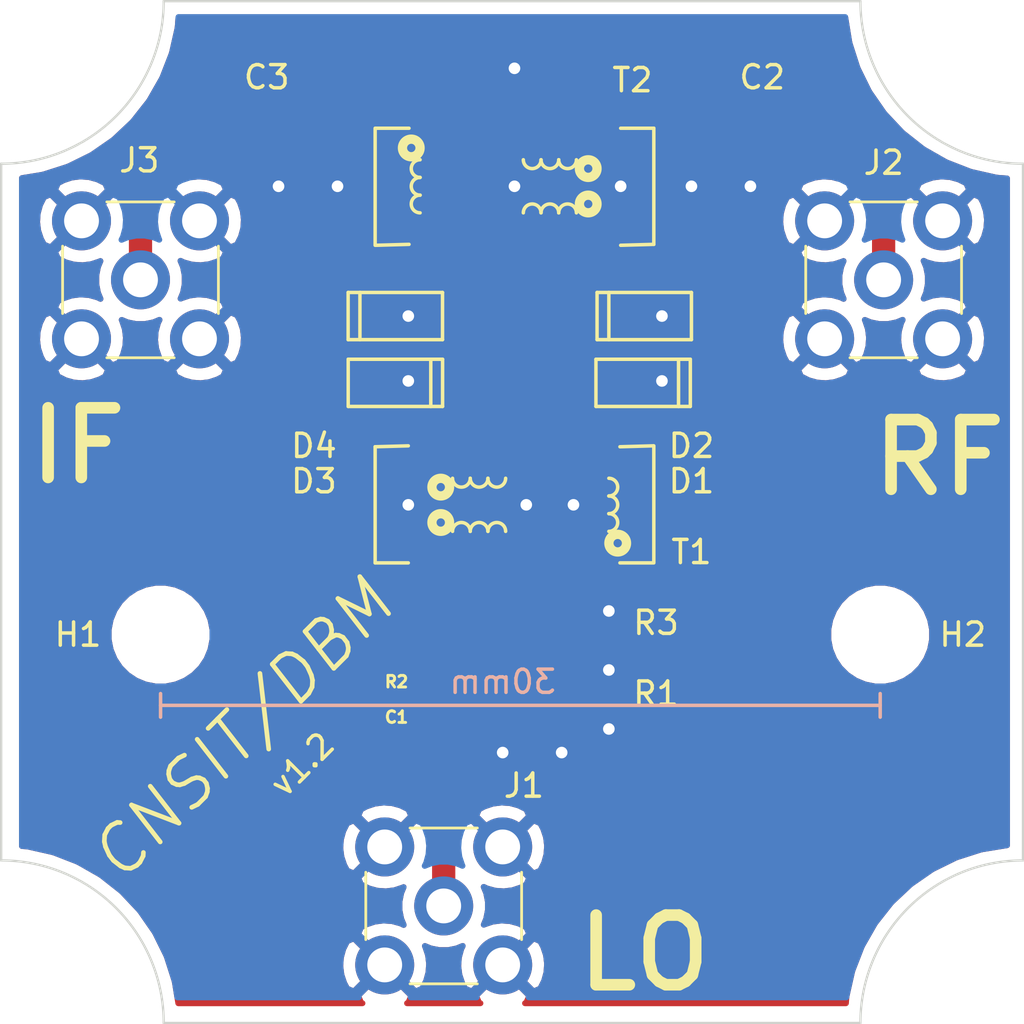
<source format=kicad_pcb>
(kicad_pcb (version 20171130) (host pcbnew "(5.1.4)-1")

  (general
    (thickness 1.6)
    (drawings 20)
    (tracks 58)
    (zones 0)
    (modules 17)
    (nets 13)
  )

  (page User 150.012 119.99)
  (title_block
    (title "Diode Ring Mixer")
    (date 2020-03-06)
    (rev 1.2.0)
    (company CNSIT)
    (comment 1 "Jony Zhu")
  )

  (layers
    (0 F.Cu signal)
    (31 B.Cu signal)
    (32 B.Adhes user)
    (33 F.Adhes user)
    (34 B.Paste user)
    (35 F.Paste user)
    (36 B.SilkS user)
    (37 F.SilkS user)
    (38 B.Mask user)
    (39 F.Mask user)
    (40 Dwgs.User user)
    (41 Cmts.User user)
    (42 Eco1.User user)
    (43 Eco2.User user)
    (44 Edge.Cuts user)
    (45 Margin user)
    (46 B.CrtYd user)
    (47 F.CrtYd user)
    (48 B.Fab user)
    (49 F.Fab user)
  )

  (setup
    (last_trace_width 1)
    (user_trace_width 0.75)
    (user_trace_width 1)
    (user_trace_width 2)
    (user_trace_width 3.5)
    (user_trace_width 5)
    (trace_clearance 0.2)
    (zone_clearance 0.508)
    (zone_45_only no)
    (trace_min 0.2)
    (via_size 0.8)
    (via_drill 0.4)
    (via_min_size 0.4)
    (via_min_drill 0.3)
    (user_via 1 0.5)
    (uvia_size 0.3)
    (uvia_drill 0.1)
    (uvias_allowed no)
    (uvia_min_size 0.2)
    (uvia_min_drill 0.1)
    (edge_width 0.1)
    (segment_width 0.2)
    (pcb_text_width 0.3)
    (pcb_text_size 1.5 1.5)
    (mod_edge_width 0.15)
    (mod_text_size 1 1)
    (mod_text_width 0.15)
    (pad_size 1.524 1.524)
    (pad_drill 0.762)
    (pad_to_mask_clearance 0)
    (aux_axis_origin 0 0)
    (visible_elements FFFFFF7F)
    (pcbplotparams
      (layerselection 0x010fc_ffffffff)
      (usegerberextensions false)
      (usegerberattributes false)
      (usegerberadvancedattributes false)
      (creategerberjobfile false)
      (excludeedgelayer true)
      (linewidth 0.100000)
      (plotframeref false)
      (viasonmask false)
      (mode 1)
      (useauxorigin false)
      (hpglpennumber 1)
      (hpglpenspeed 20)
      (hpglpendiameter 15.000000)
      (psnegative false)
      (psa4output false)
      (plotreference true)
      (plotvalue true)
      (plotinvisibletext false)
      (padsonsilk false)
      (subtractmaskfromsilk false)
      (outputformat 1)
      (mirror false)
      (drillshape 0)
      (scaleselection 1)
      (outputdirectory "output"))
  )

  (net 0 "")
  (net 1 "Net-(C1-Pad1)")
  (net 2 "Net-(C1-Pad2)")
  (net 3 "Net-(C2-Pad1)")
  (net 4 "Net-(C2-Pad2)")
  (net 5 "Net-(C3-Pad2)")
  (net 6 "Net-(C3-Pad1)")
  (net 7 "Net-(D1-Pad1)")
  (net 8 "Net-(D1-Pad2)")
  (net 9 "Net-(D2-Pad1)")
  (net 10 "Net-(D3-Pad2)")
  (net 11 GNDA)
  (net 12 "Net-(R2-Pad1)")

  (net_class Default 这是默认网络类。
    (clearance 0.2)
    (trace_width 0.25)
    (via_dia 0.8)
    (via_drill 0.4)
    (uvia_dia 0.3)
    (uvia_drill 0.1)
    (add_net GNDA)
    (add_net "Net-(C1-Pad1)")
    (add_net "Net-(C1-Pad2)")
    (add_net "Net-(C2-Pad1)")
    (add_net "Net-(C2-Pad2)")
    (add_net "Net-(C3-Pad1)")
    (add_net "Net-(C3-Pad2)")
    (add_net "Net-(D1-Pad1)")
    (add_net "Net-(D1-Pad2)")
    (add_net "Net-(D2-Pad1)")
    (add_net "Net-(D3-Pad2)")
    (add_net "Net-(R2-Pad1)")
  )

  (module cnsit:T_3743_6 (layer F.Cu) (tedit 5E621BE4) (tstamp 5E62889A)
    (at 70.104 43.688 270)
    (path /5C838FE7)
    (fp_text reference T1 (at 2.032 -7.62 180) (layer F.SilkS)
      (effects (font (size 1 1) (thickness 0.15)))
    )
    (fp_text value T_3743 (at -5.6 -11.3 270) (layer F.Fab)
      (effects (font (size 1 1) (thickness 0.15)))
    )
    (fp_arc (start 0 -4.064) (end 0.381 -4.064) (angle -180) (layer F.SilkS) (width 0.15))
    (fp_arc (start 0.762 -4.064) (end 1.143 -4.064) (angle -180) (layer F.SilkS) (width 0.15))
    (fp_arc (start -0.762 -4.064) (end -0.381 -4.064) (angle -180) (layer F.SilkS) (width 0.15))
    (fp_circle (center 1.651 -4.445) (end 1.651 -4.265395) (layer F.SilkS) (width 0.4))
    (fp_arc (start -1.143 1.524) (end -1.143 1.905) (angle -180) (layer F.SilkS) (width 0.15))
    (fp_arc (start -1.143 2.286) (end -1.143 2.667) (angle -180) (layer F.SilkS) (width 0.15))
    (fp_arc (start -1.143 0.762) (end -1.143 1.143) (angle -180) (layer F.SilkS) (width 0.15))
    (fp_circle (center -0.762 3.175) (end -0.941605 3.175) (layer F.SilkS) (width 0.4))
    (fp_circle (center 0.762 3.175) (end 0.941605 3.175) (layer F.SilkS) (width 0.4))
    (fp_arc (start 1.143 0.762) (end 1.143 1.143) (angle 180) (layer F.SilkS) (width 0.15))
    (fp_arc (start 1.143 1.524) (end 1.143 1.905) (angle 180) (layer F.SilkS) (width 0.15))
    (fp_arc (start 1.143 2.286) (end 1.143 2.667) (angle 180) (layer F.SilkS) (width 0.15))
    (fp_line (start -2.54 -5.969) (end -2.5 -4.541) (layer F.SilkS) (width 0.15))
    (fp_line (start 2.5 -4.541) (end 2.5 -5.969) (layer F.SilkS) (width 0.15))
    (fp_line (start 2.5 6) (end 2.5 4.572) (layer F.SilkS) (width 0.15))
    (fp_line (start -2.5 6) (end 2.5 6) (layer F.SilkS) (width 0.15))
    (fp_line (start -2.54 4.572) (end -2.5 6) (layer F.SilkS) (width 0.15))
    (fp_line (start 2.5 -6) (end -2.54 -6) (layer F.SilkS) (width 0.15))
    (pad 6 smd circle (at -2.5 -3 270) (size 2 2) (layers F.Cu F.Paste F.Mask)
      (net 9 "Net-(D2-Pad1)"))
    (pad 5 smd circle (at 2.5 -3 270) (size 2 2) (layers F.Cu F.Paste F.Mask)
      (net 11 GNDA))
    (pad 4 smd circle (at -2.5 0 270) (size 2 2) (layers F.Cu F.Paste F.Mask)
      (net 11 GNDA))
    (pad 2 smd circle (at 2.5 0 270) (size 2 2) (layers F.Cu F.Paste F.Mask)
      (net 11 GNDA))
    (pad 3 smd circle (at -2.5 3 270) (size 2 2) (layers F.Cu F.Paste F.Mask)
      (net 8 "Net-(D1-Pad2)"))
    (pad 1 smd circle (at 2.5 3 270) (size 2 2) (layers F.Cu F.Paste F.Mask)
      (net 12 "Net-(R2-Pad1)"))
    (model "E:/GitHub/kicad/3d/User Library-Ring_Bobbin.STEP"
      (offset (xyz -25.5 -40.5 3))
      (scale (xyz 0.9 0.9 0.6))
      (rotate (xyz 90 0 90))
    )
  )

  (module cnsit:T_3743_6 (layer F.Cu) (tedit 5E621BE4) (tstamp 5E628849)
    (at 70.104 29.972 90)
    (path /5C86D4A6)
    (fp_text reference T2 (at 4.572 5.08 180) (layer F.SilkS)
      (effects (font (size 1 1) (thickness 0.15)))
    )
    (fp_text value T_3743 (at -5.6 -11.3 90) (layer F.Fab)
      (effects (font (size 1 1) (thickness 0.15)))
    )
    (fp_arc (start 0 -4.064) (end 0.381 -4.064) (angle -180) (layer F.SilkS) (width 0.15))
    (fp_arc (start 0.762 -4.064) (end 1.143 -4.064) (angle -180) (layer F.SilkS) (width 0.15))
    (fp_arc (start -0.762 -4.064) (end -0.381 -4.064) (angle -180) (layer F.SilkS) (width 0.15))
    (fp_circle (center 1.651 -4.445) (end 1.651 -4.265395) (layer F.SilkS) (width 0.4))
    (fp_arc (start -1.143 1.524) (end -1.143 1.905) (angle -180) (layer F.SilkS) (width 0.15))
    (fp_arc (start -1.143 2.286) (end -1.143 2.667) (angle -180) (layer F.SilkS) (width 0.15))
    (fp_arc (start -1.143 0.762) (end -1.143 1.143) (angle -180) (layer F.SilkS) (width 0.15))
    (fp_circle (center -0.762 3.175) (end -0.941605 3.175) (layer F.SilkS) (width 0.4))
    (fp_circle (center 0.762 3.175) (end 0.941605 3.175) (layer F.SilkS) (width 0.4))
    (fp_arc (start 1.143 0.762) (end 1.143 1.143) (angle 180) (layer F.SilkS) (width 0.15))
    (fp_arc (start 1.143 1.524) (end 1.143 1.905) (angle 180) (layer F.SilkS) (width 0.15))
    (fp_arc (start 1.143 2.286) (end 1.143 2.667) (angle 180) (layer F.SilkS) (width 0.15))
    (fp_line (start -2.54 -5.969) (end -2.5 -4.541) (layer F.SilkS) (width 0.15))
    (fp_line (start 2.5 -4.541) (end 2.5 -5.969) (layer F.SilkS) (width 0.15))
    (fp_line (start 2.5 6) (end 2.5 4.572) (layer F.SilkS) (width 0.15))
    (fp_line (start -2.5 6) (end 2.5 6) (layer F.SilkS) (width 0.15))
    (fp_line (start -2.54 4.572) (end -2.5 6) (layer F.SilkS) (width 0.15))
    (fp_line (start 2.5 -6) (end -2.54 -6) (layer F.SilkS) (width 0.15))
    (pad 6 smd circle (at -2.5 -3 90) (size 2 2) (layers F.Cu F.Paste F.Mask)
      (net 10 "Net-(D3-Pad2)"))
    (pad 5 smd circle (at 2.5 -3 90) (size 2 2) (layers F.Cu F.Paste F.Mask)
      (net 5 "Net-(C3-Pad2)"))
    (pad 4 smd circle (at -2.5 0 90) (size 2 2) (layers F.Cu F.Paste F.Mask)
      (net 5 "Net-(C3-Pad2)"))
    (pad 2 smd circle (at 2.5 0 90) (size 2 2) (layers F.Cu F.Paste F.Mask)
      (net 11 GNDA))
    (pad 3 smd circle (at -2.5 3 90) (size 2 2) (layers F.Cu F.Paste F.Mask)
      (net 7 "Net-(D1-Pad1)"))
    (pad 1 smd circle (at 2.5 3 90) (size 2 2) (layers F.Cu F.Paste F.Mask)
      (net 3 "Net-(C2-Pad1)"))
    (model "E:/GitHub/kicad/3d/User Library-Ring_Bobbin.STEP"
      (offset (xyz -25.5 -40.5 3))
      (scale (xyz 0.9 0.9 0.6))
      (rotate (xyz 90 0 90))
    )
  )

  (module cnsit:SMA_Amphenol_901-144_Vertical (layer F.Cu) (tedit 5E62131C) (tstamp 5E6294BA)
    (at 67.056 60.96)
    (descr https://www.amphenolrf.com/downloads/dl/file/id/7023/product/3103/901_144_customer_drawing.pdf)
    (tags "SMA THT Female Jack Vertical")
    (path /5B3AB8FE)
    (fp_text reference J1 (at 3.4544 -5.1816) (layer F.SilkS)
      (effects (font (size 1 1) (thickness 0.15)))
    )
    (fp_text value LO (at 5.2832 0.3048) (layer F.Fab)
      (effects (font (size 1 1) (thickness 0.15)))
    )
    (fp_text user %R (at 0 0) (layer F.Fab)
      (effects (font (size 1 1) (thickness 0.15)))
    )
    (fp_line (start -1.45 -3.355) (end 1.45 -3.355) (layer F.SilkS) (width 0.12))
    (fp_line (start -1.45 3.355) (end 1.45 3.355) (layer F.SilkS) (width 0.12))
    (fp_line (start 3.355 -1.45) (end 3.355 1.45) (layer F.SilkS) (width 0.12))
    (fp_line (start -3.355 -1.45) (end -3.355 1.45) (layer F.SilkS) (width 0.12))
    (fp_line (start 3.175 -3.175) (end 3.175 3.175) (layer F.Fab) (width 0.1))
    (fp_line (start -3.175 3.175) (end 3.175 3.175) (layer F.Fab) (width 0.1))
    (fp_line (start -3.175 -3.175) (end -3.175 3.175) (layer F.Fab) (width 0.1))
    (fp_line (start -3.175 -3.175) (end 3.175 -3.175) (layer F.Fab) (width 0.1))
    (fp_line (start -4.17 -4.17) (end 4.17 -4.17) (layer F.CrtYd) (width 0.05))
    (fp_line (start -4.17 -4.17) (end -4.17 4.17) (layer F.CrtYd) (width 0.05))
    (fp_line (start 4.17 4.17) (end 4.17 -4.17) (layer F.CrtYd) (width 0.05))
    (fp_line (start 4.17 4.17) (end -4.17 4.17) (layer F.CrtYd) (width 0.05))
    (fp_circle (center 0 0) (end 3.175 0) (layer F.Fab) (width 0.1))
    (pad 2 thru_hole circle (at -2.54 2.54) (size 2.54 2.54) (drill 1.5) (layers *.Cu *.Mask)
      (net 11 GNDA))
    (pad 2 thru_hole circle (at -2.54 -2.54) (size 2.54 2.54) (drill 1.5) (layers *.Cu *.Mask)
      (net 11 GNDA))
    (pad 2 thru_hole circle (at 2.54 -2.54) (size 2.54 2.54) (drill 1.5) (layers *.Cu *.Mask)
      (net 11 GNDA))
    (pad 2 thru_hole circle (at 2.54 2.54) (size 2.54 2.54) (drill 1.5) (layers *.Cu *.Mask)
      (net 11 GNDA))
    (pad 1 thru_hole circle (at 0 0) (size 2.54 2.54) (drill 1.5) (layers *.Cu *.Mask)
      (net 2 "Net-(C1-Pad2)"))
    (model "E:/GitHub/kicad/3d/User Library-sma.STEP"
      (offset (xyz 0 0 2))
      (scale (xyz 1 1 1))
      (rotate (xyz 0 0 0))
    )
  )

  (module cnsit:SMA_Amphenol_901-144_Vertical (layer F.Cu) (tedit 5E62131C) (tstamp 5E6294D0)
    (at 86 34)
    (descr https://www.amphenolrf.com/downloads/dl/file/id/7023/product/3103/901_144_customer_drawing.pdf)
    (tags "SMA THT Female Jack Vertical")
    (path /5B3ABAA0)
    (fp_text reference J2 (at 0.0044 -5.044) (layer F.SilkS)
      (effects (font (size 1 1) (thickness 0.15)))
    )
    (fp_text value RF (at 0 5) (layer F.Fab)
      (effects (font (size 1 1) (thickness 0.15)))
    )
    (fp_text user %R (at 0 0) (layer F.Fab)
      (effects (font (size 1 1) (thickness 0.15)))
    )
    (fp_line (start -1.45 -3.355) (end 1.45 -3.355) (layer F.SilkS) (width 0.12))
    (fp_line (start -1.45 3.355) (end 1.45 3.355) (layer F.SilkS) (width 0.12))
    (fp_line (start 3.355 -1.45) (end 3.355 1.45) (layer F.SilkS) (width 0.12))
    (fp_line (start -3.355 -1.45) (end -3.355 1.45) (layer F.SilkS) (width 0.12))
    (fp_line (start 3.175 -3.175) (end 3.175 3.175) (layer F.Fab) (width 0.1))
    (fp_line (start -3.175 3.175) (end 3.175 3.175) (layer F.Fab) (width 0.1))
    (fp_line (start -3.175 -3.175) (end -3.175 3.175) (layer F.Fab) (width 0.1))
    (fp_line (start -3.175 -3.175) (end 3.175 -3.175) (layer F.Fab) (width 0.1))
    (fp_line (start -4.17 -4.17) (end 4.17 -4.17) (layer F.CrtYd) (width 0.05))
    (fp_line (start -4.17 -4.17) (end -4.17 4.17) (layer F.CrtYd) (width 0.05))
    (fp_line (start 4.17 4.17) (end 4.17 -4.17) (layer F.CrtYd) (width 0.05))
    (fp_line (start 4.17 4.17) (end -4.17 4.17) (layer F.CrtYd) (width 0.05))
    (fp_circle (center 0 0) (end 3.175 0) (layer F.Fab) (width 0.1))
    (pad 2 thru_hole circle (at -2.54 2.54) (size 2.54 2.54) (drill 1.5) (layers *.Cu *.Mask)
      (net 11 GNDA))
    (pad 2 thru_hole circle (at -2.54 -2.54) (size 2.54 2.54) (drill 1.5) (layers *.Cu *.Mask)
      (net 11 GNDA))
    (pad 2 thru_hole circle (at 2.54 -2.54) (size 2.54 2.54) (drill 1.5) (layers *.Cu *.Mask)
      (net 11 GNDA))
    (pad 2 thru_hole circle (at 2.54 2.54) (size 2.54 2.54) (drill 1.5) (layers *.Cu *.Mask)
      (net 11 GNDA))
    (pad 1 thru_hole circle (at 0 0) (size 2.54 2.54) (drill 1.5) (layers *.Cu *.Mask)
      (net 4 "Net-(C2-Pad2)"))
    (model "E:/GitHub/kicad/3d/User Library-sma.STEP"
      (offset (xyz 0 0 2))
      (scale (xyz 1 1 1))
      (rotate (xyz 0 0 0))
    )
  )

  (module cnsit:SMA_Amphenol_901-144_Vertical (layer F.Cu) (tedit 5E62131C) (tstamp 5E6294E6)
    (at 54 34)
    (descr https://www.amphenolrf.com/downloads/dl/file/id/7023/product/3103/901_144_customer_drawing.pdf)
    (tags "SMA THT Female Jack Vertical")
    (path /5B3A5F7E)
    (fp_text reference J3 (at -0.0504 -5.1456) (layer F.SilkS)
      (effects (font (size 1 1) (thickness 0.15)))
    )
    (fp_text value IF (at 0 5) (layer F.Fab)
      (effects (font (size 1 1) (thickness 0.15)))
    )
    (fp_text user %R (at 0 0) (layer F.Fab)
      (effects (font (size 1 1) (thickness 0.15)))
    )
    (fp_line (start -1.45 -3.355) (end 1.45 -3.355) (layer F.SilkS) (width 0.12))
    (fp_line (start -1.45 3.355) (end 1.45 3.355) (layer F.SilkS) (width 0.12))
    (fp_line (start 3.355 -1.45) (end 3.355 1.45) (layer F.SilkS) (width 0.12))
    (fp_line (start -3.355 -1.45) (end -3.355 1.45) (layer F.SilkS) (width 0.12))
    (fp_line (start 3.175 -3.175) (end 3.175 3.175) (layer F.Fab) (width 0.1))
    (fp_line (start -3.175 3.175) (end 3.175 3.175) (layer F.Fab) (width 0.1))
    (fp_line (start -3.175 -3.175) (end -3.175 3.175) (layer F.Fab) (width 0.1))
    (fp_line (start -3.175 -3.175) (end 3.175 -3.175) (layer F.Fab) (width 0.1))
    (fp_line (start -4.17 -4.17) (end 4.17 -4.17) (layer F.CrtYd) (width 0.05))
    (fp_line (start -4.17 -4.17) (end -4.17 4.17) (layer F.CrtYd) (width 0.05))
    (fp_line (start 4.17 4.17) (end 4.17 -4.17) (layer F.CrtYd) (width 0.05))
    (fp_line (start 4.17 4.17) (end -4.17 4.17) (layer F.CrtYd) (width 0.05))
    (fp_circle (center 0 0) (end 3.175 0) (layer F.Fab) (width 0.1))
    (pad 2 thru_hole circle (at -2.54 2.54) (size 2.54 2.54) (drill 1.5) (layers *.Cu *.Mask)
      (net 11 GNDA))
    (pad 2 thru_hole circle (at -2.54 -2.54) (size 2.54 2.54) (drill 1.5) (layers *.Cu *.Mask)
      (net 11 GNDA))
    (pad 2 thru_hole circle (at 2.54 -2.54) (size 2.54 2.54) (drill 1.5) (layers *.Cu *.Mask)
      (net 11 GNDA))
    (pad 2 thru_hole circle (at 2.54 2.54) (size 2.54 2.54) (drill 1.5) (layers *.Cu *.Mask)
      (net 11 GNDA))
    (pad 1 thru_hole circle (at 0 0) (size 2.54 2.54) (drill 1.5) (layers *.Cu *.Mask)
      (net 6 "Net-(C3-Pad1)"))
    (model "E:/GitHub/kicad/3d/User Library-sma.STEP"
      (offset (xyz 0 0 2))
      (scale (xyz 1 1 1))
      (rotate (xyz 0 0 0))
    )
  )

  (module cnsit:SMT_DIODE (layer F.Cu) (tedit 5E620F62) (tstamp 5E629DB7)
    (at 75.644 38.436 180)
    (path /5B31703A)
    (fp_text reference D1 (at -2.08 -4.236) (layer F.SilkS)
      (effects (font (size 1 1) (thickness 0.15)))
    )
    (fp_text value 1N60 (at 0.508 -4.572) (layer F.Fab)
      (effects (font (size 1 1) (thickness 0.15)))
    )
    (fp_line (start -1.524 -1.016) (end -1.524 1.016) (layer F.SilkS) (width 0.15))
    (fp_line (start -2.032 1.016) (end -2.032 -1.016) (layer F.SilkS) (width 0.15))
    (fp_line (start 2.032 1.016) (end -2.032 1.016) (layer F.SilkS) (width 0.15))
    (fp_line (start 2.032 -1.016) (end 2.032 1.016) (layer F.SilkS) (width 0.15))
    (fp_line (start -2.032 -1.016) (end 2.032 -1.016) (layer F.SilkS) (width 0.15))
    (pad 2 smd rect (at 3.556 0 180) (size 2 1.524) (layers F.Cu F.Paste F.Mask)
      (net 8 "Net-(D1-Pad2)"))
    (pad 1 smd rect (at -3.556 0 180) (size 2 1.524) (layers F.Cu F.Paste F.Mask)
      (net 7 "Net-(D1-Pad1)"))
    (model "E:/GitHub/kicad/3d/User Library-1n4148-1.STEP"
      (offset (xyz 0 0 2))
      (scale (xyz 1 1 1))
      (rotate (xyz 180 0 0))
    )
  )

  (module cnsit:SMT_DIODE (layer F.Cu) (tedit 5E620F62) (tstamp 5E629F83)
    (at 75.692 35.56)
    (path /5B3172B1)
    (fp_text reference D2 (at 2.032 5.588) (layer F.SilkS)
      (effects (font (size 1 1) (thickness 0.15)))
    )
    (fp_text value 1N60 (at 0.508 -4.572) (layer F.Fab)
      (effects (font (size 1 1) (thickness 0.15)))
    )
    (fp_line (start -1.524 -1.016) (end -1.524 1.016) (layer F.SilkS) (width 0.15))
    (fp_line (start -2.032 1.016) (end -2.032 -1.016) (layer F.SilkS) (width 0.15))
    (fp_line (start 2.032 1.016) (end -2.032 1.016) (layer F.SilkS) (width 0.15))
    (fp_line (start 2.032 -1.016) (end 2.032 1.016) (layer F.SilkS) (width 0.15))
    (fp_line (start -2.032 -1.016) (end 2.032 -1.016) (layer F.SilkS) (width 0.15))
    (pad 2 smd rect (at 3.556 0) (size 2 1.524) (layers F.Cu F.Paste F.Mask)
      (net 7 "Net-(D1-Pad1)"))
    (pad 1 smd rect (at -3.556 0) (size 2 1.524) (layers F.Cu F.Paste F.Mask)
      (net 9 "Net-(D2-Pad1)"))
    (model "E:/GitHub/kicad/3d/User Library-1n4148-1.STEP"
      (offset (xyz 0 0 2))
      (scale (xyz 1 1 1))
      (rotate (xyz 180 0 0))
    )
  )

  (module cnsit:SMT_DIODE (layer F.Cu) (tedit 5E620F62) (tstamp 5E62894C)
    (at 64.976 38.436 180)
    (path /5B31D911)
    (fp_text reference D3 (at 3.508 -4.236) (layer F.SilkS)
      (effects (font (size 1 1) (thickness 0.15)))
    )
    (fp_text value 1N60 (at 0.508 -4.572) (layer F.Fab)
      (effects (font (size 1 1) (thickness 0.15)))
    )
    (fp_line (start -1.524 -1.016) (end -1.524 1.016) (layer F.SilkS) (width 0.15))
    (fp_line (start -2.032 1.016) (end -2.032 -1.016) (layer F.SilkS) (width 0.15))
    (fp_line (start 2.032 1.016) (end -2.032 1.016) (layer F.SilkS) (width 0.15))
    (fp_line (start 2.032 -1.016) (end 2.032 1.016) (layer F.SilkS) (width 0.15))
    (fp_line (start -2.032 -1.016) (end 2.032 -1.016) (layer F.SilkS) (width 0.15))
    (pad 2 smd rect (at 3.556 0 180) (size 2 1.524) (layers F.Cu F.Paste F.Mask)
      (net 10 "Net-(D3-Pad2)"))
    (pad 1 smd rect (at -3.556 0 180) (size 2 1.524) (layers F.Cu F.Paste F.Mask)
      (net 8 "Net-(D1-Pad2)"))
    (model "E:/GitHub/kicad/3d/User Library-1n4148-1.STEP"
      (offset (xyz 0 0 2))
      (scale (xyz 1 1 1))
      (rotate (xyz 180 0 0))
    )
  )

  (module cnsit:SMT_DIODE (layer F.Cu) (tedit 5E620F62) (tstamp 5E62A035)
    (at 64.9732 35.56)
    (path /5B31D918)
    (fp_text reference D4 (at -3.5052 5.588) (layer F.SilkS)
      (effects (font (size 1 1) (thickness 0.15)))
    )
    (fp_text value 1N60 (at 0.508 -4.572) (layer F.Fab)
      (effects (font (size 1 1) (thickness 0.15)))
    )
    (fp_line (start -1.524 -1.016) (end -1.524 1.016) (layer F.SilkS) (width 0.15))
    (fp_line (start -2.032 1.016) (end -2.032 -1.016) (layer F.SilkS) (width 0.15))
    (fp_line (start 2.032 1.016) (end -2.032 1.016) (layer F.SilkS) (width 0.15))
    (fp_line (start 2.032 -1.016) (end 2.032 1.016) (layer F.SilkS) (width 0.15))
    (fp_line (start -2.032 -1.016) (end 2.032 -1.016) (layer F.SilkS) (width 0.15))
    (pad 2 smd rect (at 3.556 0) (size 2 1.524) (layers F.Cu F.Paste F.Mask)
      (net 9 "Net-(D2-Pad1)"))
    (pad 1 smd rect (at -3.556 0) (size 2 1.524) (layers F.Cu F.Paste F.Mask)
      (net 10 "Net-(D3-Pad2)"))
    (model "E:/GitHub/kicad/3d/User Library-1n4148-1.STEP"
      (offset (xyz 0 0 2))
      (scale (xyz 1 1 1))
      (rotate (xyz 180 0 0))
    )
  )

  (module Capacitor_SMD:C_0805_2012Metric_Pad1.29x1.40mm_HandSolder (layer F.Cu) (tedit 5AC5DB74) (tstamp 5E62A3D7)
    (at 67.056 54.356 270)
    (descr "Capacitor SMD 0805 (2012 Metric), square (rectangular) end terminal, IPC_7351 nominal with elongated pad for handsoldering. (Body size source: http://www.tortai-tech.com/upload/download/2011102023233369053.pdf), generated with kicad-footprint-generator")
    (tags "capacitor handsolder")
    (path /5B408CE3)
    (attr smd)
    (fp_text reference C1 (at -1.524 2.032 180) (layer F.SilkS)
      (effects (font (size 0.5 0.5) (thickness 0.125)))
    )
    (fp_text value 0.1u (at 0 1.65 90) (layer F.Fab)
      (effects (font (size 1 1) (thickness 0.15)))
    )
    (fp_line (start -1 0.6) (end -1 -0.6) (layer F.Fab) (width 0.1))
    (fp_line (start -1 -0.6) (end 1 -0.6) (layer F.Fab) (width 0.1))
    (fp_line (start 1 -0.6) (end 1 0.6) (layer F.Fab) (width 0.1))
    (fp_line (start 1 0.6) (end -1 0.6) (layer F.Fab) (width 0.1))
    (fp_line (start -1.86 0.95) (end -1.86 -0.95) (layer F.CrtYd) (width 0.05))
    (fp_line (start -1.86 -0.95) (end 1.86 -0.95) (layer F.CrtYd) (width 0.05))
    (fp_line (start 1.86 -0.95) (end 1.86 0.95) (layer F.CrtYd) (width 0.05))
    (fp_line (start 1.86 0.95) (end -1.86 0.95) (layer F.CrtYd) (width 0.05))
    (fp_text user %R (at 0 0 90) (layer F.Fab)
      (effects (font (size 0.5 0.5) (thickness 0.08)))
    )
    (pad 1 smd rect (at -0.9675 0 270) (size 1.295 1.4) (layers F.Cu F.Paste F.Mask)
      (net 1 "Net-(C1-Pad1)"))
    (pad 2 smd rect (at 0.9675 0 270) (size 1.295 1.4) (layers F.Cu F.Paste F.Mask)
      (net 2 "Net-(C1-Pad2)"))
    (model ${KISYS3DMOD}/Capacitor_SMD.3dshapes/C_0805_2012Metric.wrl
      (at (xyz 0 0 0))
      (scale (xyz 1 1 1))
      (rotate (xyz 0 0 0))
    )
  )

  (module Capacitor_SMD:C_0805_2012Metric_Pad1.29x1.40mm_HandSolder (layer F.Cu) (tedit 5AC5DB74) (tstamp 5E6289B6)
    (at 80.772 27.432)
    (descr "Capacitor SMD 0805 (2012 Metric), square (rectangular) end terminal, IPC_7351 nominal with elongated pad for handsoldering. (Body size source: http://www.tortai-tech.com/upload/download/2011102023233369053.pdf), generated with kicad-footprint-generator")
    (tags "capacitor handsolder")
    (path /5B3D0990)
    (attr smd)
    (fp_text reference C2 (at 0 -2.155261) (layer F.SilkS)
      (effects (font (size 1 1) (thickness 0.15)))
    )
    (fp_text value 0.1u (at 0 1.65) (layer F.Fab)
      (effects (font (size 1 1) (thickness 0.15)))
    )
    (fp_line (start -1 0.6) (end -1 -0.6) (layer F.Fab) (width 0.1))
    (fp_line (start -1 -0.6) (end 1 -0.6) (layer F.Fab) (width 0.1))
    (fp_line (start 1 -0.6) (end 1 0.6) (layer F.Fab) (width 0.1))
    (fp_line (start 1 0.6) (end -1 0.6) (layer F.Fab) (width 0.1))
    (fp_line (start -1.86 0.95) (end -1.86 -0.95) (layer F.CrtYd) (width 0.05))
    (fp_line (start -1.86 -0.95) (end 1.86 -0.95) (layer F.CrtYd) (width 0.05))
    (fp_line (start 1.86 -0.95) (end 1.86 0.95) (layer F.CrtYd) (width 0.05))
    (fp_line (start 1.86 0.95) (end -1.86 0.95) (layer F.CrtYd) (width 0.05))
    (fp_text user %R (at 0 0) (layer F.Fab)
      (effects (font (size 0.5 0.5) (thickness 0.08)))
    )
    (pad 1 smd rect (at -0.9675 0) (size 1.295 1.4) (layers F.Cu F.Paste F.Mask)
      (net 3 "Net-(C2-Pad1)"))
    (pad 2 smd rect (at 0.9675 0) (size 1.295 1.4) (layers F.Cu F.Paste F.Mask)
      (net 4 "Net-(C2-Pad2)"))
    (model ${KISYS3DMOD}/Capacitor_SMD.3dshapes/C_0805_2012Metric.wrl
      (at (xyz 0 0 0))
      (scale (xyz 1 1 1))
      (rotate (xyz 0 0 0))
    )
  )

  (module Capacitor_SMD:C_0805_2012Metric_Pad1.29x1.40mm_HandSolder (layer F.Cu) (tedit 5AC5DB74) (tstamp 5E62898C)
    (at 59.436 27.432)
    (descr "Capacitor SMD 0805 (2012 Metric), square (rectangular) end terminal, IPC_7351 nominal with elongated pad for handsoldering. (Body size source: http://www.tortai-tech.com/upload/download/2011102023233369053.pdf), generated with kicad-footprint-generator")
    (tags "capacitor handsolder")
    (path /5CFE58D9)
    (attr smd)
    (fp_text reference C3 (at 0 -2.155261) (layer F.SilkS)
      (effects (font (size 1 1) (thickness 0.15)))
    )
    (fp_text value 0.1u (at 0 1.65) (layer F.Fab)
      (effects (font (size 1 1) (thickness 0.15)))
    )
    (fp_text user %R (at 0 0) (layer F.Fab)
      (effects (font (size 0.5 0.5) (thickness 0.08)))
    )
    (fp_line (start 1.86 0.95) (end -1.86 0.95) (layer F.CrtYd) (width 0.05))
    (fp_line (start 1.86 -0.95) (end 1.86 0.95) (layer F.CrtYd) (width 0.05))
    (fp_line (start -1.86 -0.95) (end 1.86 -0.95) (layer F.CrtYd) (width 0.05))
    (fp_line (start -1.86 0.95) (end -1.86 -0.95) (layer F.CrtYd) (width 0.05))
    (fp_line (start 1 0.6) (end -1 0.6) (layer F.Fab) (width 0.1))
    (fp_line (start 1 -0.6) (end 1 0.6) (layer F.Fab) (width 0.1))
    (fp_line (start -1 -0.6) (end 1 -0.6) (layer F.Fab) (width 0.1))
    (fp_line (start -1 0.6) (end -1 -0.6) (layer F.Fab) (width 0.1))
    (pad 2 smd rect (at 0.9675 0) (size 1.295 1.4) (layers F.Cu F.Paste F.Mask)
      (net 5 "Net-(C3-Pad2)"))
    (pad 1 smd rect (at -0.9675 0) (size 1.295 1.4) (layers F.Cu F.Paste F.Mask)
      (net 6 "Net-(C3-Pad1)"))
    (model ${KISYS3DMOD}/Capacitor_SMD.3dshapes/C_0805_2012Metric.wrl
      (at (xyz 0 0 0))
      (scale (xyz 1 1 1))
      (rotate (xyz 0 0 0))
    )
  )

  (module Resistor_SMD:R_0805_2012Metric_Pad1.29x1.40mm_HandSolder (layer F.Cu) (tedit 5AC5DB74) (tstamp 5E62A3AD)
    (at 70.612 51.816)
    (descr "Resistor SMD 0805 (2012 Metric), square (rectangular) end terminal, IPC_7351 nominal with elongated pad for handsoldering. (Body size source: http://www.tortai-tech.com/upload/download/2011102023233369053.pdf), generated with kicad-footprint-generator")
    (tags "resistor handsolder")
    (path /5B2BC82A)
    (attr smd)
    (fp_text reference R1 (at 5.588 0) (layer F.SilkS)
      (effects (font (size 1 1) (thickness 0.15)))
    )
    (fp_text value 150 (at 0 1.65) (layer F.Fab)
      (effects (font (size 1 1) (thickness 0.15)))
    )
    (fp_line (start -1 0.6) (end -1 -0.6) (layer F.Fab) (width 0.1))
    (fp_line (start -1 -0.6) (end 1 -0.6) (layer F.Fab) (width 0.1))
    (fp_line (start 1 -0.6) (end 1 0.6) (layer F.Fab) (width 0.1))
    (fp_line (start 1 0.6) (end -1 0.6) (layer F.Fab) (width 0.1))
    (fp_line (start -1.86 0.95) (end -1.86 -0.95) (layer F.CrtYd) (width 0.05))
    (fp_line (start -1.86 -0.95) (end 1.86 -0.95) (layer F.CrtYd) (width 0.05))
    (fp_line (start 1.86 -0.95) (end 1.86 0.95) (layer F.CrtYd) (width 0.05))
    (fp_line (start 1.86 0.95) (end -1.86 0.95) (layer F.CrtYd) (width 0.05))
    (fp_text user %R (at 0 0) (layer F.Fab)
      (effects (font (size 0.5 0.5) (thickness 0.08)))
    )
    (pad 1 smd rect (at -0.9675 0) (size 1.295 1.4) (layers F.Cu F.Paste F.Mask)
      (net 1 "Net-(C1-Pad1)"))
    (pad 2 smd rect (at 0.9675 0) (size 1.295 1.4) (layers F.Cu F.Paste F.Mask)
      (net 11 GNDA))
    (model ${KISYS3DMOD}/Resistor_SMD.3dshapes/R_0805_2012Metric.wrl
      (at (xyz 0 0 0))
      (scale (xyz 1 1 1))
      (rotate (xyz 0 0 0))
    )
  )

  (module Resistor_SMD:R_0805_2012Metric_Pad1.29x1.40mm_HandSolder (layer F.Cu) (tedit 5AC5DB74) (tstamp 5E62A383)
    (at 67.056 49.784 270)
    (descr "Resistor SMD 0805 (2012 Metric), square (rectangular) end terminal, IPC_7351 nominal with elongated pad for handsoldering. (Body size source: http://www.tortai-tech.com/upload/download/2011102023233369053.pdf), generated with kicad-footprint-generator")
    (tags "resistor handsolder")
    (path /5B2BCA0F)
    (attr smd)
    (fp_text reference R2 (at 1.524 2.032 180) (layer F.SilkS)
      (effects (font (size 0.5 0.5) (thickness 0.125)))
    )
    (fp_text value 37 (at 0 1.65 90) (layer F.Fab)
      (effects (font (size 1 1) (thickness 0.15)))
    )
    (fp_text user %R (at 0 0 90) (layer F.Fab)
      (effects (font (size 0.5 0.5) (thickness 0.08)))
    )
    (fp_line (start 1.86 0.95) (end -1.86 0.95) (layer F.CrtYd) (width 0.05))
    (fp_line (start 1.86 -0.95) (end 1.86 0.95) (layer F.CrtYd) (width 0.05))
    (fp_line (start -1.86 -0.95) (end 1.86 -0.95) (layer F.CrtYd) (width 0.05))
    (fp_line (start -1.86 0.95) (end -1.86 -0.95) (layer F.CrtYd) (width 0.05))
    (fp_line (start 1 0.6) (end -1 0.6) (layer F.Fab) (width 0.1))
    (fp_line (start 1 -0.6) (end 1 0.6) (layer F.Fab) (width 0.1))
    (fp_line (start -1 -0.6) (end 1 -0.6) (layer F.Fab) (width 0.1))
    (fp_line (start -1 0.6) (end -1 -0.6) (layer F.Fab) (width 0.1))
    (pad 2 smd rect (at 0.9675 0 270) (size 1.295 1.4) (layers F.Cu F.Paste F.Mask)
      (net 1 "Net-(C1-Pad1)"))
    (pad 1 smd rect (at -0.9675 0 270) (size 1.295 1.4) (layers F.Cu F.Paste F.Mask)
      (net 12 "Net-(R2-Pad1)"))
    (model ${KISYS3DMOD}/Resistor_SMD.3dshapes/R_0805_2012Metric.wrl
      (at (xyz 0 0 0))
      (scale (xyz 1 1 1))
      (rotate (xyz 0 0 0))
    )
  )

  (module Resistor_SMD:R_0805_2012Metric_Pad1.29x1.40mm_HandSolder (layer F.Cu) (tedit 5AC5DB74) (tstamp 5E62A401)
    (at 70.612 48.768)
    (descr "Resistor SMD 0805 (2012 Metric), square (rectangular) end terminal, IPC_7351 nominal with elongated pad for handsoldering. (Body size source: http://www.tortai-tech.com/upload/download/2011102023233369053.pdf), generated with kicad-footprint-generator")
    (tags "resistor handsolder")
    (path /5B2BC9B5)
    (attr smd)
    (fp_text reference R3 (at 5.588 0) (layer F.SilkS)
      (effects (font (size 1 1) (thickness 0.15)))
    )
    (fp_text value 150 (at 0 1.65) (layer F.Fab)
      (effects (font (size 1 1) (thickness 0.15)))
    )
    (fp_line (start -1 0.6) (end -1 -0.6) (layer F.Fab) (width 0.1))
    (fp_line (start -1 -0.6) (end 1 -0.6) (layer F.Fab) (width 0.1))
    (fp_line (start 1 -0.6) (end 1 0.6) (layer F.Fab) (width 0.1))
    (fp_line (start 1 0.6) (end -1 0.6) (layer F.Fab) (width 0.1))
    (fp_line (start -1.86 0.95) (end -1.86 -0.95) (layer F.CrtYd) (width 0.05))
    (fp_line (start -1.86 -0.95) (end 1.86 -0.95) (layer F.CrtYd) (width 0.05))
    (fp_line (start 1.86 -0.95) (end 1.86 0.95) (layer F.CrtYd) (width 0.05))
    (fp_line (start 1.86 0.95) (end -1.86 0.95) (layer F.CrtYd) (width 0.05))
    (fp_text user %R (at 0 0) (layer F.Fab)
      (effects (font (size 0.5 0.5) (thickness 0.08)))
    )
    (pad 1 smd rect (at -0.9675 0) (size 1.295 1.4) (layers F.Cu F.Paste F.Mask)
      (net 12 "Net-(R2-Pad1)"))
    (pad 2 smd rect (at 0.9675 0) (size 1.295 1.4) (layers F.Cu F.Paste F.Mask)
      (net 11 GNDA))
    (model ${KISYS3DMOD}/Resistor_SMD.3dshapes/R_0805_2012Metric.wrl
      (at (xyz 0 0 0))
      (scale (xyz 1 1 1))
      (rotate (xyz 0 0 0))
    )
  )

  (module MountingHole:MountingHole_3.2mm_M3 (layer F.Cu) (tedit 56D1B4CB) (tstamp 5E62B5CF)
    (at 54.864 49.276)
    (descr "Mounting Hole 3.2mm, no annular, M3")
    (tags "mounting hole 3.2mm no annular m3")
    (path /5E694525)
    (attr virtual)
    (fp_text reference H1 (at -3.556 0) (layer F.SilkS)
      (effects (font (size 1 1) (thickness 0.15)))
    )
    (fp_text value MountingHole (at 0 4.2) (layer F.Fab)
      (effects (font (size 1 1) (thickness 0.15)))
    )
    (fp_circle (center 0 0) (end 3.45 0) (layer F.CrtYd) (width 0.05))
    (fp_circle (center 0 0) (end 3.2 0) (layer Cmts.User) (width 0.15))
    (fp_text user %R (at 0.3 0) (layer F.Fab)
      (effects (font (size 1 1) (thickness 0.15)))
    )
    (pad 1 np_thru_hole circle (at 0 0) (size 3.2 3.2) (drill 3.2) (layers *.Cu *.Mask))
  )

  (module MountingHole:MountingHole_3.2mm_M3 (layer F.Cu) (tedit 56D1B4CB) (tstamp 5E62B5D7)
    (at 85.852 49.276)
    (descr "Mounting Hole 3.2mm, no annular, M3")
    (tags "mounting hole 3.2mm no annular m3")
    (path /5E694960)
    (attr virtual)
    (fp_text reference H2 (at 3.556 0) (layer F.SilkS)
      (effects (font (size 1 1) (thickness 0.15)))
    )
    (fp_text value MountingHole (at 0 4.2) (layer F.Fab)
      (effects (font (size 1 1) (thickness 0.15)))
    )
    (fp_text user %R (at 0.3 0) (layer F.Fab)
      (effects (font (size 1 1) (thickness 0.15)))
    )
    (fp_circle (center 0 0) (end 3.2 0) (layer Cmts.User) (width 0.15))
    (fp_circle (center 0 0) (end 3.45 0) (layer F.CrtYd) (width 0.05))
    (pad 1 np_thru_hole circle (at 0 0) (size 3.2 3.2) (drill 3.2) (layers *.Cu *.Mask))
  )

  (gr_text 30mm (at 69.596 51.308) (layer B.SilkS)
    (effects (font (size 1 1) (thickness 0.15)) (justify mirror))
  )
  (gr_line (start 85.852 51.816) (end 85.852 52.832) (layer B.SilkS) (width 0.15))
  (gr_line (start 54.864 51.816) (end 54.864 52.832) (layer B.SilkS) (width 0.15))
  (gr_line (start 54.864 52.324) (end 85.852 52.324) (layer B.SilkS) (width 0.15))
  (gr_poly (pts (xy 73.152 55.88) (xy 76.708 55.88) (xy 76.708 59.436) (xy 73.152 59.436)) (layer F.Mask) (width 0.1) (tstamp 5E62B2EE))
  (gr_poly (pts (xy 81.28 40.64) (xy 84.836 40.64) (xy 84.836 44.196) (xy 81.28 44.196)) (layer F.Mask) (width 0.1) (tstamp 5E62B2EE))
  (gr_poly (pts (xy 53.848 40.64) (xy 57.404 40.64) (xy 57.404 44.196) (xy 53.848 44.196)) (layer F.Mask) (width 0.1))
  (gr_text v1.2 (at 60.96 54.864 45) (layer F.SilkS)
    (effects (font (size 1 1) (thickness 0.15)))
  )
  (gr_text CNSIT/DBM (at 58.42 53.34 45) (layer F.SilkS)
    (effects (font (size 2 2) (thickness 0.2) italic))
  )
  (gr_text RF (at 88.392 41.656) (layer F.SilkS) (tstamp 5E62A26F)
    (effects (font (size 3 3) (thickness 0.5)))
  )
  (gr_text IF (at 51.308 41.148) (layer F.SilkS) (tstamp 5E629BC2)
    (effects (font (size 3 3) (thickness 0.5)))
  )
  (gr_text LO (at 75.692 62.992) (layer F.SilkS)
    (effects (font (size 3 3) (thickness 0.5)))
  )
  (gr_arc (start 48 22) (end 48 29) (angle -90) (layer Edge.Cuts) (width 0.1) (tstamp 5E628ABD))
  (gr_arc (start 92 22) (end 85 22) (angle -90) (layer Edge.Cuts) (width 0.1) (tstamp 5E628AC0))
  (gr_arc (start 92 66) (end 92 59) (angle -90) (layer Edge.Cuts) (width 0.1))
  (gr_arc (start 48 66) (end 55 66) (angle -90) (layer Edge.Cuts) (width 0.1))
  (gr_line (start 85 22) (end 55 22) (layer Edge.Cuts) (width 0.1) (tstamp 5E627EE4))
  (gr_line (start 92 59) (end 92 29) (layer Edge.Cuts) (width 0.1))
  (gr_line (start 55 66) (end 85 66) (layer Edge.Cuts) (width 0.1))
  (gr_line (start 48 29) (end 48 59) (layer Edge.Cuts) (width 0.1))

  (segment (start 67.997 51.816) (end 67.056 51.816) (width 1) (layer F.Cu) (net 1))
  (segment (start 69.6445 51.816) (end 67.997 51.816) (width 1) (layer F.Cu) (net 1) (status 10))
  (segment (start 67.056 50.7515) (end 67.056 51.816) (width 1) (layer F.Cu) (net 1) (status 10))
  (segment (start 67.056 51.816) (end 67.056 53.3885) (width 1) (layer F.Cu) (net 1) (status 20))
  (segment (start 67.056 60.96) (end 67.056 55.3235) (width 1) (layer F.Cu) (net 2))
  (segment (start 79.7645 27.472) (end 79.8045 27.432) (width 1) (layer F.Cu) (net 3))
  (segment (start 73.104 27.472) (end 79.7645 27.472) (width 1) (layer F.Cu) (net 3))
  (segment (start 86 32.203949) (end 86 34) (width 1) (layer F.Cu) (net 4))
  (segment (start 86 30.045) (end 86 32.203949) (width 1) (layer F.Cu) (net 4))
  (segment (start 83.387 27.432) (end 86 30.045) (width 1) (layer F.Cu) (net 4))
  (segment (start 81.7395 27.432) (end 83.387 27.432) (width 1) (layer F.Cu) (net 4))
  (segment (start 67.104 29.472) (end 67.104 27.472) (width 1) (layer F.Cu) (net 5) (status 20))
  (segment (start 70.104 32.472) (end 67.104 29.472) (width 1) (layer F.Cu) (net 5) (status 10))
  (segment (start 60.4435 27.472) (end 60.4035 27.432) (width 1) (layer F.Cu) (net 5))
  (segment (start 67.104 27.472) (end 60.4435 27.472) (width 1) (layer F.Cu) (net 5))
  (segment (start 54 32.203949) (end 54 34) (width 1) (layer F.Cu) (net 6))
  (segment (start 54 30.253) (end 54 32.203949) (width 1) (layer F.Cu) (net 6))
  (segment (start 56.821 27.432) (end 54 30.253) (width 1) (layer F.Cu) (net 6))
  (segment (start 58.4685 27.432) (end 56.821 27.432) (width 1) (layer F.Cu) (net 6))
  (segment (start 79.2 35.608) (end 79.248 35.56) (width 1) (layer F.Cu) (net 7) (status 30))
  (segment (start 79.2 38.436) (end 79.2 35.608) (width 1) (layer F.Cu) (net 7) (status 30))
  (segment (start 76.16 32.472) (end 79.248 35.56) (width 1) (layer F.Cu) (net 7) (status 20))
  (segment (start 73.104 32.472) (end 76.16 32.472) (width 1) (layer F.Cu) (net 7) (status 10))
  (segment (start 67.104 39.864) (end 68.532 38.436) (width 1) (layer F.Cu) (net 8) (status 20))
  (segment (start 67.104 41.188) (end 67.104 39.864) (width 1) (layer F.Cu) (net 8) (status 10))
  (segment (start 72.088 38.436) (end 68.532 38.436) (width 1) (layer F.Cu) (net 8) (status 30))
  (segment (start 68.5292 35.56) (end 72.136 35.56) (width 1) (layer F.Cu) (net 9) (status 30))
  (segment (start 74.136 35.56) (end 72.136 35.56) (width 1) (layer F.Cu) (net 9) (status 20))
  (segment (start 74.676 36.1) (end 74.136 35.56) (width 1) (layer F.Cu) (net 9))
  (segment (start 74.676 39.616) (end 74.676 36.1) (width 1) (layer F.Cu) (net 9))
  (segment (start 73.104 41.188) (end 74.676 39.616) (width 1) (layer F.Cu) (net 9) (status 10))
  (segment (start 61.42 35.5628) (end 61.4172 35.56) (width 1) (layer F.Cu) (net 10) (status 30))
  (segment (start 61.42 38.436) (end 61.42 35.5628) (width 1) (layer F.Cu) (net 10) (status 30))
  (segment (start 61.4172 34.0868) (end 61.4172 35.56) (width 1) (layer F.Cu) (net 10) (status 20))
  (segment (start 67.104 32.472) (end 63.032 32.472) (width 1) (layer F.Cu) (net 10) (status 10))
  (segment (start 63.032 32.472) (end 61.4172 34.0868) (width 1) (layer F.Cu) (net 10))
  (via (at 74.168 48.26) (size 1) (drill 0.5) (layers F.Cu B.Cu) (net 11))
  (via (at 74.168 50.8) (size 1) (drill 0.5) (layers F.Cu B.Cu) (net 11))
  (via (at 74.168 53.34) (size 1) (drill 0.5) (layers F.Cu B.Cu) (net 11))
  (via (at 72.644 43.688) (size 1) (drill 0.5) (layers F.Cu B.Cu) (net 11))
  (via (at 70.612 43.688) (size 1) (drill 0.5) (layers F.Cu B.Cu) (net 11))
  (via (at 77.724 29.972) (size 1) (drill 0.5) (layers F.Cu B.Cu) (net 11))
  (via (at 70.104 29.972) (size 1) (drill 0.5) (layers F.Cu B.Cu) (net 11))
  (via (at 74.676 29.972) (size 1) (drill 0.5) (layers F.Cu B.Cu) (net 11))
  (via (at 69.596 54.356) (size 1) (drill 0.5) (layers F.Cu B.Cu) (net 11))
  (via (at 72.136 54.356) (size 1) (drill 0.5) (layers F.Cu B.Cu) (net 11))
  (via (at 65.532 43.688) (size 1) (drill 0.5) (layers F.Cu B.Cu) (net 11))
  (via (at 62.484 29.972) (size 1) (drill 0.5) (layers F.Cu B.Cu) (net 11))
  (via (at 59.944 29.972) (size 1) (drill 0.5) (layers F.Cu B.Cu) (net 11))
  (via (at 80.264 29.972) (size 1) (drill 0.5) (layers F.Cu B.Cu) (net 11))
  (via (at 70.104 24.892) (size 1) (drill 0.5) (layers F.Cu B.Cu) (net 11))
  (via (at 76.454 38.354) (size 1) (drill 0.5) (layers F.Cu B.Cu) (net 11))
  (via (at 76.454 35.56) (size 1) (drill 0.5) (layers F.Cu B.Cu) (net 11))
  (via (at 65.532 35.56) (size 1) (drill 0.5) (layers F.Cu B.Cu) (net 11))
  (via (at 65.532 38.354) (size 1) (drill 0.5) (layers F.Cu B.Cu) (net 11))
  (segment (start 67.37175 48.768) (end 69.01925 48.768) (width 1) (layer F.Cu) (net 12) (status 20))
  (segment (start 67.056 46.236) (end 67.104 46.188) (width 1) (layer F.Cu) (net 12))
  (segment (start 67.056 48.8165) (end 67.056 46.236) (width 1) (layer F.Cu) (net 12))

  (zone (net 11) (net_name GNDA) (layer F.Cu) (tstamp 0) (hatch edge 0.508)
    (connect_pads (clearance 0.508))
    (min_thickness 0.254)
    (fill yes (arc_segments 32) (thermal_gap 0.508) (thermal_bridge_width 0.508))
    (polygon
      (pts
        (xy 48.768 22.606) (xy 91.44 22.606) (xy 91.44 65.278) (xy 48.768 65.278)
      )
    )
    (filled_polygon
      (pts
        (xy 84.517319 23.744227) (xy 84.52708 23.784886) (xy 84.535777 23.825801) (xy 84.54102 23.84295) (xy 84.857322 24.831078)
        (xy 84.872988 24.869852) (xy 84.887635 24.909028) (xy 84.895355 24.925214) (xy 85.354238 25.855736) (xy 85.375464 25.891771)
        (xy 85.39574 25.92835) (xy 85.405768 25.943217) (xy 85.997149 26.79569) (xy 86.023486 26.828214) (xy 86.048929 26.861372)
        (xy 86.061044 26.874594) (xy 86.771935 27.630292) (xy 86.802779 27.658555) (xy 86.832853 27.687597) (xy 86.846789 27.698883)
        (xy 87.66157 28.341205) (xy 87.696262 28.364605) (xy 87.73029 28.388877) (xy 87.745734 28.397974) (xy 87.745741 28.397979)
        (xy 87.745747 28.397982) (xy 88.646513 28.912813) (xy 88.68428 28.930827) (xy 88.721526 28.949805) (xy 88.738145 28.956519)
        (xy 88.738151 28.956522) (xy 88.738156 28.956523) (xy 89.705128 29.332558) (xy 89.745136 29.34479) (xy 89.784783 29.358056)
        (xy 89.802205 29.362238) (xy 89.80222 29.362243) (xy 89.802233 29.362245) (xy 90.814156 29.59122) (xy 90.855516 29.597401)
        (xy 90.896705 29.604664) (xy 90.914568 29.606227) (xy 90.91457 29.606227) (xy 91.313 29.635835) (xy 91.313 58.346948)
        (xy 91.297537 58.347894) (xy 91.279801 58.350544) (xy 90.255773 58.517319) (xy 90.215114 58.52708) (xy 90.174199 58.535777)
        (xy 90.15705 58.54102) (xy 89.168922 58.857322) (xy 89.130148 58.872988) (xy 89.090972 58.887635) (xy 89.074786 58.895355)
        (xy 88.144263 59.354238) (xy 88.108202 59.375479) (xy 88.07165 59.395741) (xy 88.056783 59.405768) (xy 87.204309 59.99715)
        (xy 87.171799 60.023476) (xy 87.138628 60.048929) (xy 87.125406 60.061044) (xy 86.369708 60.771935) (xy 86.341445 60.802779)
        (xy 86.312403 60.832853) (xy 86.301117 60.846789) (xy 85.658795 61.66157) (xy 85.635393 61.696265) (xy 85.611122 61.730291)
        (xy 85.602026 61.745734) (xy 85.602021 61.745741) (xy 85.602021 61.745742) (xy 85.087187 62.646514) (xy 85.069177 62.684272)
        (xy 85.050195 62.721526) (xy 85.043478 62.738152) (xy 84.667442 63.705128) (xy 84.65521 63.745136) (xy 84.641944 63.784783)
        (xy 84.637762 63.802205) (xy 84.637757 63.80222) (xy 84.637755 63.802233) (xy 84.40878 64.814156) (xy 84.402599 64.855516)
        (xy 84.395336 64.896705) (xy 84.393773 64.91457) (xy 84.376203 65.151) (xy 70.557686 65.151) (xy 70.615924 65.119871)
        (xy 70.744247 64.827852) (xy 69.596 63.679605) (xy 68.447753 64.827852) (xy 68.576076 65.119871) (xy 68.638318 65.151)
        (xy 65.477686 65.151) (xy 65.535924 65.119871) (xy 65.664247 64.827852) (xy 64.516 63.679605) (xy 63.367753 64.827852)
        (xy 63.496076 65.119871) (xy 63.558318 65.151) (xy 55.628479 65.151) (xy 55.482681 64.255773) (xy 55.47292 64.215114)
        (xy 55.464223 64.174199) (xy 55.45898 64.15705) (xy 55.265276 63.551916) (xy 62.602486 63.551916) (xy 62.649382 63.924227)
        (xy 62.768012 64.280235) (xy 62.896129 64.519924) (xy 63.188148 64.648247) (xy 64.336395 63.5) (xy 63.188148 62.351753)
        (xy 62.896129 62.480076) (xy 62.728277 62.815695) (xy 62.629126 63.177611) (xy 62.602486 63.551916) (xy 55.265276 63.551916)
        (xy 55.142678 63.168922) (xy 55.127012 63.130148) (xy 55.112365 63.090972) (xy 55.104645 63.074786) (xy 54.645762 62.144263)
        (xy 54.624521 62.108202) (xy 54.604259 62.07165) (xy 54.594232 62.056783) (xy 54.00285 61.204309) (xy 53.976524 61.171799)
        (xy 53.951071 61.138628) (xy 53.938956 61.125406) (xy 53.228065 60.369708) (xy 53.197221 60.341445) (xy 53.167147 60.312403)
        (xy 53.153211 60.301117) (xy 52.451399 59.747852) (xy 63.367753 59.747852) (xy 63.496076 60.039871) (xy 63.831695 60.207723)
        (xy 64.193611 60.306874) (xy 64.567916 60.333514) (xy 64.940227 60.286618) (xy 65.296235 60.167988) (xy 65.329462 60.150228)
        (xy 65.224209 60.404332) (xy 65.151 60.772374) (xy 65.151 61.147626) (xy 65.224209 61.515668) (xy 65.333171 61.778727)
        (xy 65.200305 61.712277) (xy 64.838389 61.613126) (xy 64.464084 61.586486) (xy 64.091773 61.633382) (xy 63.735765 61.752012)
        (xy 63.496076 61.880129) (xy 63.367753 62.172148) (xy 64.516 63.320395) (xy 64.530143 63.306253) (xy 64.709748 63.485858)
        (xy 64.695605 63.5) (xy 65.843852 64.648247) (xy 66.135871 64.519924) (xy 66.303723 64.184305) (xy 66.402874 63.822389)
        (xy 66.429514 63.448084) (xy 66.382618 63.075773) (xy 66.263988 62.719765) (xy 66.246228 62.686538) (xy 66.500332 62.791791)
        (xy 66.868374 62.865) (xy 67.243626 62.865) (xy 67.611668 62.791791) (xy 67.874727 62.682829) (xy 67.808277 62.815695)
        (xy 67.709126 63.177611) (xy 67.682486 63.551916) (xy 67.729382 63.924227) (xy 67.848012 64.280235) (xy 67.976129 64.519924)
        (xy 68.268148 64.648247) (xy 69.416395 63.5) (xy 69.775605 63.5) (xy 70.923852 64.648247) (xy 71.215871 64.519924)
        (xy 71.383723 64.184305) (xy 71.482874 63.822389) (xy 71.509514 63.448084) (xy 71.462618 63.075773) (xy 71.343988 62.719765)
        (xy 71.215871 62.480076) (xy 70.923852 62.351753) (xy 69.775605 63.5) (xy 69.416395 63.5) (xy 69.402253 63.485858)
        (xy 69.581858 63.306253) (xy 69.596 63.320395) (xy 70.744247 62.172148) (xy 70.615924 61.880129) (xy 70.280305 61.712277)
        (xy 69.918389 61.613126) (xy 69.544084 61.586486) (xy 69.171773 61.633382) (xy 68.815765 61.752012) (xy 68.782538 61.769772)
        (xy 68.887791 61.515668) (xy 68.961 61.147626) (xy 68.961 60.772374) (xy 68.887791 60.404332) (xy 68.778829 60.141273)
        (xy 68.911695 60.207723) (xy 69.273611 60.306874) (xy 69.647916 60.333514) (xy 70.020227 60.286618) (xy 70.376235 60.167988)
        (xy 70.615924 60.039871) (xy 70.744247 59.747852) (xy 69.596 58.599605) (xy 69.581858 58.613748) (xy 69.402253 58.434143)
        (xy 69.416395 58.42) (xy 69.775605 58.42) (xy 70.923852 59.568247) (xy 71.215871 59.439924) (xy 71.383723 59.104305)
        (xy 71.482874 58.742389) (xy 71.509514 58.368084) (xy 71.462618 57.995773) (xy 71.343988 57.639765) (xy 71.215871 57.400076)
        (xy 70.923852 57.271753) (xy 69.775605 58.42) (xy 69.416395 58.42) (xy 68.268148 57.271753) (xy 68.191 57.305654)
        (xy 68.191 57.092148) (xy 68.447753 57.092148) (xy 69.596 58.240395) (xy 70.744247 57.092148) (xy 70.615924 56.800129)
        (xy 70.280305 56.632277) (xy 69.918389 56.533126) (xy 69.544084 56.506486) (xy 69.171773 56.553382) (xy 68.815765 56.672012)
        (xy 68.576076 56.800129) (xy 68.447753 57.092148) (xy 68.191 57.092148) (xy 68.191 56.435468) (xy 68.207185 56.422185)
        (xy 68.286537 56.325494) (xy 68.345502 56.21518) (xy 68.381812 56.095482) (xy 68.394072 55.971) (xy 68.394072 54.676)
        (xy 68.381812 54.551518) (xy 68.345502 54.43182) (xy 68.304975 54.356) (xy 68.345502 54.28018) (xy 68.381812 54.160482)
        (xy 68.394072 54.036) (xy 68.394072 52.951) (xy 68.532532 52.951) (xy 68.545815 52.967185) (xy 68.642506 53.046537)
        (xy 68.75282 53.105502) (xy 68.872518 53.141812) (xy 68.997 53.154072) (xy 70.292 53.154072) (xy 70.416482 53.141812)
        (xy 70.53618 53.105502) (xy 70.612 53.064975) (xy 70.68782 53.105502) (xy 70.807518 53.141812) (xy 70.932 53.154072)
        (xy 71.29375 53.151) (xy 71.4525 52.99225) (xy 71.4525 51.943) (xy 71.7065 51.943) (xy 71.7065 52.99225)
        (xy 71.86525 53.151) (xy 72.227 53.154072) (xy 72.351482 53.141812) (xy 72.47118 53.105502) (xy 72.581494 53.046537)
        (xy 72.678185 52.967185) (xy 72.757537 52.870494) (xy 72.816502 52.76018) (xy 72.852812 52.640482) (xy 72.865072 52.516)
        (xy 72.862 52.10175) (xy 72.70325 51.943) (xy 71.7065 51.943) (xy 71.4525 51.943) (xy 71.4325 51.943)
        (xy 71.4325 51.689) (xy 71.4525 51.689) (xy 71.4525 50.63975) (xy 71.7065 50.63975) (xy 71.7065 51.689)
        (xy 72.70325 51.689) (xy 72.862 51.53025) (xy 72.865072 51.116) (xy 72.852812 50.991518) (xy 72.816502 50.87182)
        (xy 72.757537 50.761506) (xy 72.678185 50.664815) (xy 72.581494 50.585463) (xy 72.47118 50.526498) (xy 72.351482 50.490188)
        (xy 72.227 50.477928) (xy 71.86525 50.481) (xy 71.7065 50.63975) (xy 71.4525 50.63975) (xy 71.29375 50.481)
        (xy 70.932 50.477928) (xy 70.807518 50.490188) (xy 70.68782 50.526498) (xy 70.612 50.567025) (xy 70.53618 50.526498)
        (xy 70.416482 50.490188) (xy 70.292 50.477928) (xy 68.997 50.477928) (xy 68.872518 50.490188) (xy 68.75282 50.526498)
        (xy 68.642506 50.585463) (xy 68.545815 50.664815) (xy 68.532532 50.681) (xy 68.394072 50.681) (xy 68.394072 50.104)
        (xy 68.381812 49.979518) (xy 68.358601 49.903) (xy 68.532532 49.903) (xy 68.545815 49.919185) (xy 68.642506 49.998537)
        (xy 68.75282 50.057502) (xy 68.872518 50.093812) (xy 68.997 50.106072) (xy 70.292 50.106072) (xy 70.416482 50.093812)
        (xy 70.53618 50.057502) (xy 70.612 50.016975) (xy 70.68782 50.057502) (xy 70.807518 50.093812) (xy 70.932 50.106072)
        (xy 71.29375 50.103) (xy 71.4525 49.94425) (xy 71.4525 48.895) (xy 71.7065 48.895) (xy 71.7065 49.94425)
        (xy 71.86525 50.103) (xy 72.227 50.106072) (xy 72.351482 50.093812) (xy 72.47118 50.057502) (xy 72.581494 49.998537)
        (xy 72.678185 49.919185) (xy 72.757537 49.822494) (xy 72.816502 49.71218) (xy 72.852812 49.592482) (xy 72.865072 49.468)
        (xy 72.862016 49.055872) (xy 83.617 49.055872) (xy 83.617 49.496128) (xy 83.70289 49.927925) (xy 83.871369 50.334669)
        (xy 84.115962 50.700729) (xy 84.427271 51.012038) (xy 84.793331 51.256631) (xy 85.200075 51.42511) (xy 85.631872 51.511)
        (xy 86.072128 51.511) (xy 86.503925 51.42511) (xy 86.910669 51.256631) (xy 87.276729 51.012038) (xy 87.588038 50.700729)
        (xy 87.832631 50.334669) (xy 88.00111 49.927925) (xy 88.087 49.496128) (xy 88.087 49.055872) (xy 88.00111 48.624075)
        (xy 87.832631 48.217331) (xy 87.588038 47.851271) (xy 87.276729 47.539962) (xy 86.910669 47.295369) (xy 86.503925 47.12689)
        (xy 86.072128 47.041) (xy 85.631872 47.041) (xy 85.200075 47.12689) (xy 84.793331 47.295369) (xy 84.427271 47.539962)
        (xy 84.115962 47.851271) (xy 83.871369 48.217331) (xy 83.70289 48.624075) (xy 83.617 49.055872) (xy 72.862016 49.055872)
        (xy 72.862 49.05375) (xy 72.70325 48.895) (xy 71.7065 48.895) (xy 71.4525 48.895) (xy 71.4325 48.895)
        (xy 71.4325 48.641) (xy 71.4525 48.641) (xy 71.4525 47.59175) (xy 71.7065 47.59175) (xy 71.7065 48.641)
        (xy 72.70325 48.641) (xy 72.862 48.48225) (xy 72.865072 48.068) (xy 72.852812 47.943518) (xy 72.816502 47.82382)
        (xy 72.803487 47.799472) (xy 72.845108 47.810384) (xy 73.166595 47.829718) (xy 73.485675 47.785961) (xy 73.790088 47.680795)
        (xy 73.964044 47.587814) (xy 74.059808 47.323413) (xy 73.104 46.367605) (xy 72.148192 47.323413) (xy 72.186894 47.430269)
        (xy 71.86525 47.433) (xy 71.7065 47.59175) (xy 71.4525 47.59175) (xy 71.29375 47.433) (xy 71.020955 47.430683)
        (xy 71.059808 47.323413) (xy 70.104 46.367605) (xy 69.148192 47.323413) (xy 69.186771 47.429928) (xy 68.997 47.429928)
        (xy 68.872518 47.442188) (xy 68.75282 47.478498) (xy 68.642506 47.537463) (xy 68.545815 47.616815) (xy 68.532532 47.633)
        (xy 68.191 47.633) (xy 68.191 47.413239) (xy 68.373987 47.230252) (xy 68.552918 46.962463) (xy 68.601346 46.845549)
        (xy 68.611205 46.874088) (xy 68.704186 47.048044) (xy 68.968587 47.143808) (xy 69.924395 46.188) (xy 70.283605 46.188)
        (xy 71.239413 47.143808) (xy 71.503814 47.048044) (xy 71.601751 46.846723) (xy 71.611205 46.874088) (xy 71.704186 47.048044)
        (xy 71.968587 47.143808) (xy 72.924395 46.188) (xy 73.283605 46.188) (xy 74.239413 47.143808) (xy 74.503814 47.048044)
        (xy 74.644704 46.758429) (xy 74.726384 46.446892) (xy 74.745718 46.125405) (xy 74.701961 45.806325) (xy 74.596795 45.501912)
        (xy 74.503814 45.327956) (xy 74.239413 45.232192) (xy 73.283605 46.188) (xy 72.924395 46.188) (xy 71.968587 45.232192)
        (xy 71.704186 45.327956) (xy 71.606249 45.529277) (xy 71.596795 45.501912) (xy 71.503814 45.327956) (xy 71.239413 45.232192)
        (xy 70.283605 46.188) (xy 69.924395 46.188) (xy 68.968587 45.232192) (xy 68.704186 45.327956) (xy 68.603338 45.535261)
        (xy 68.552918 45.413537) (xy 68.373987 45.145748) (xy 68.280826 45.052587) (xy 69.148192 45.052587) (xy 70.104 46.008395)
        (xy 71.059808 45.052587) (xy 72.148192 45.052587) (xy 73.104 46.008395) (xy 74.059808 45.052587) (xy 73.964044 44.788186)
        (xy 73.674429 44.647296) (xy 73.362892 44.565616) (xy 73.041405 44.546282) (xy 72.722325 44.590039) (xy 72.417912 44.695205)
        (xy 72.243956 44.788186) (xy 72.148192 45.052587) (xy 71.059808 45.052587) (xy 70.964044 44.788186) (xy 70.674429 44.647296)
        (xy 70.362892 44.565616) (xy 70.041405 44.546282) (xy 69.722325 44.590039) (xy 69.417912 44.695205) (xy 69.243956 44.788186)
        (xy 69.148192 45.052587) (xy 68.280826 45.052587) (xy 68.146252 44.918013) (xy 67.878463 44.739082) (xy 67.580912 44.615832)
        (xy 67.265033 44.553) (xy 66.942967 44.553) (xy 66.627088 44.615832) (xy 66.329537 44.739082) (xy 66.061748 44.918013)
        (xy 65.834013 45.145748) (xy 65.655082 45.413537) (xy 65.531832 45.711088) (xy 65.469 46.026967) (xy 65.469 46.349033)
        (xy 65.531832 46.664912) (xy 65.655082 46.962463) (xy 65.834013 47.230252) (xy 65.921001 47.31724) (xy 65.921 47.704532)
        (xy 65.904815 47.717815) (xy 65.825463 47.814506) (xy 65.766498 47.92482) (xy 65.730188 48.044518) (xy 65.717928 48.169)
        (xy 65.717928 49.464) (xy 65.730188 49.588482) (xy 65.766498 49.70818) (xy 65.807025 49.784) (xy 65.766498 49.85982)
        (xy 65.730188 49.979518) (xy 65.717928 50.104) (xy 65.717928 51.399) (xy 65.730188 51.523482) (xy 65.766498 51.64318)
        (xy 65.825463 51.753494) (xy 65.904815 51.850185) (xy 65.920112 51.862739) (xy 65.921 51.871752) (xy 65.921 52.276532)
        (xy 65.904815 52.289815) (xy 65.825463 52.386506) (xy 65.766498 52.49682) (xy 65.730188 52.616518) (xy 65.717928 52.741)
        (xy 65.717928 54.036) (xy 65.730188 54.160482) (xy 65.766498 54.28018) (xy 65.807025 54.356) (xy 65.766498 54.43182)
        (xy 65.730188 54.551518) (xy 65.717928 54.676) (xy 65.717928 55.971) (xy 65.730188 56.095482) (xy 65.766498 56.21518)
        (xy 65.825463 56.325494) (xy 65.904815 56.422185) (xy 65.921001 56.435468) (xy 65.921001 57.305655) (xy 65.843852 57.271753)
        (xy 64.695605 58.42) (xy 64.709748 58.434143) (xy 64.530143 58.613748) (xy 64.516 58.599605) (xy 63.367753 59.747852)
        (xy 52.451399 59.747852) (xy 52.33843 59.658795) (xy 52.303735 59.635393) (xy 52.269709 59.611122) (xy 52.254266 59.602026)
        (xy 52.254259 59.602021) (xy 52.254253 59.602018) (xy 51.353486 59.087187) (xy 51.315728 59.069177) (xy 51.278474 59.050195)
        (xy 51.261855 59.043481) (xy 51.261849 59.043478) (xy 51.261844 59.043477) (xy 50.294872 58.667442) (xy 50.254864 58.65521)
        (xy 50.215217 58.641944) (xy 50.197795 58.637762) (xy 50.19778 58.637757) (xy 50.197767 58.637755) (xy 49.464865 58.471916)
        (xy 62.602486 58.471916) (xy 62.649382 58.844227) (xy 62.768012 59.200235) (xy 62.896129 59.439924) (xy 63.188148 59.568247)
        (xy 64.336395 58.42) (xy 63.188148 57.271753) (xy 62.896129 57.400076) (xy 62.728277 57.735695) (xy 62.629126 58.097611)
        (xy 62.602486 58.471916) (xy 49.464865 58.471916) (xy 49.185844 58.40878) (xy 49.144484 58.402599) (xy 49.103295 58.395336)
        (xy 49.085432 58.393773) (xy 49.08543 58.393773) (xy 48.895 58.379622) (xy 48.895 57.092148) (xy 63.367753 57.092148)
        (xy 64.516 58.240395) (xy 65.664247 57.092148) (xy 65.535924 56.800129) (xy 65.200305 56.632277) (xy 64.838389 56.533126)
        (xy 64.464084 56.506486) (xy 64.091773 56.553382) (xy 63.735765 56.672012) (xy 63.496076 56.800129) (xy 63.367753 57.092148)
        (xy 48.895 57.092148) (xy 48.895 49.055872) (xy 52.629 49.055872) (xy 52.629 49.496128) (xy 52.71489 49.927925)
        (xy 52.883369 50.334669) (xy 53.127962 50.700729) (xy 53.439271 51.012038) (xy 53.805331 51.256631) (xy 54.212075 51.42511)
        (xy 54.643872 51.511) (xy 55.084128 51.511) (xy 55.515925 51.42511) (xy 55.922669 51.256631) (xy 56.288729 51.012038)
        (xy 56.600038 50.700729) (xy 56.844631 50.334669) (xy 57.01311 49.927925) (xy 57.099 49.496128) (xy 57.099 49.055872)
        (xy 57.01311 48.624075) (xy 56.844631 48.217331) (xy 56.600038 47.851271) (xy 56.288729 47.539962) (xy 55.922669 47.295369)
        (xy 55.515925 47.12689) (xy 55.084128 47.041) (xy 54.643872 47.041) (xy 54.212075 47.12689) (xy 53.805331 47.295369)
        (xy 53.439271 47.539962) (xy 53.127962 47.851271) (xy 52.883369 48.217331) (xy 52.71489 48.624075) (xy 52.629 49.055872)
        (xy 48.895 49.055872) (xy 48.895 41.026967) (xy 65.469 41.026967) (xy 65.469 41.349033) (xy 65.531832 41.664912)
        (xy 65.655082 41.962463) (xy 65.834013 42.230252) (xy 66.061748 42.457987) (xy 66.329537 42.636918) (xy 66.627088 42.760168)
        (xy 66.942967 42.823) (xy 67.265033 42.823) (xy 67.580912 42.760168) (xy 67.878463 42.636918) (xy 68.146252 42.457987)
        (xy 68.280826 42.323413) (xy 69.148192 42.323413) (xy 69.243956 42.587814) (xy 69.533571 42.728704) (xy 69.845108 42.810384)
        (xy 70.166595 42.829718) (xy 70.485675 42.785961) (xy 70.790088 42.680795) (xy 70.964044 42.587814) (xy 71.059808 42.323413)
        (xy 70.104 41.367605) (xy 69.148192 42.323413) (xy 68.280826 42.323413) (xy 68.373987 42.230252) (xy 68.552918 41.962463)
        (xy 68.601346 41.845549) (xy 68.611205 41.874088) (xy 68.704186 42.048044) (xy 68.968587 42.143808) (xy 69.924395 41.188)
        (xy 68.968587 40.232192) (xy 68.704186 40.327956) (xy 68.603338 40.535261) (xy 68.552918 40.413537) (xy 68.395375 40.177757)
        (xy 68.73706 39.836072) (xy 69.226612 39.836072) (xy 69.148192 40.052587) (xy 70.104 41.008395) (xy 71.059808 40.052587)
        (xy 70.977444 39.825184) (xy 71.088 39.836072) (xy 72.184381 39.836072) (xy 72.061748 39.918013) (xy 71.834013 40.145748)
        (xy 71.655082 40.413537) (xy 71.606654 40.530451) (xy 71.596795 40.501912) (xy 71.503814 40.327956) (xy 71.239413 40.232192)
        (xy 70.283605 41.188) (xy 71.239413 42.143808) (xy 71.503814 42.048044) (xy 71.604662 41.840739) (xy 71.655082 41.962463)
        (xy 71.834013 42.230252) (xy 72.061748 42.457987) (xy 72.329537 42.636918) (xy 72.627088 42.760168) (xy 72.942967 42.823)
        (xy 73.265033 42.823) (xy 73.580912 42.760168) (xy 73.878463 42.636918) (xy 74.146252 42.457987) (xy 74.373987 42.230252)
        (xy 74.552918 41.962463) (xy 74.676168 41.664912) (xy 74.739 41.349033) (xy 74.739 41.158132) (xy 75.439146 40.457987)
        (xy 75.482449 40.422449) (xy 75.624284 40.249623) (xy 75.729676 40.052447) (xy 75.794577 39.838499) (xy 75.811 39.671752)
        (xy 75.811 39.671751) (xy 75.816491 39.616) (xy 75.811 39.560248) (xy 75.811 36.155741) (xy 75.81649 36.099999)
        (xy 75.811 36.044257) (xy 75.811 36.044248) (xy 75.794577 35.877501) (xy 75.729676 35.663553) (xy 75.624284 35.466377)
        (xy 75.482449 35.293551) (xy 75.439135 35.258004) (xy 74.977996 34.796865) (xy 74.942449 34.753551) (xy 74.769623 34.611716)
        (xy 74.572447 34.506324) (xy 74.358499 34.441423) (xy 74.191752 34.425) (xy 74.191751 34.425) (xy 74.136 34.419509)
        (xy 74.080249 34.425) (xy 73.65135 34.425) (xy 73.587185 34.346815) (xy 73.490494 34.267463) (xy 73.38018 34.208498)
        (xy 73.260482 34.172188) (xy 73.136 34.159928) (xy 71.136 34.159928) (xy 71.011518 34.172188) (xy 70.89182 34.208498)
        (xy 70.781506 34.267463) (xy 70.684815 34.346815) (xy 70.62065 34.425) (xy 70.04455 34.425) (xy 69.980385 34.346815)
        (xy 69.883694 34.267463) (xy 69.77338 34.208498) (xy 69.653682 34.172188) (xy 69.5292 34.159928) (xy 67.5292 34.159928)
        (xy 67.404718 34.172188) (xy 67.28502 34.208498) (xy 67.174706 34.267463) (xy 67.078015 34.346815) (xy 66.998663 34.443506)
        (xy 66.939698 34.55382) (xy 66.903388 34.673518) (xy 66.891128 34.798) (xy 66.891128 36.322) (xy 66.903388 36.446482)
        (xy 66.939698 36.56618) (xy 66.998663 36.676494) (xy 67.078015 36.773185) (xy 67.174706 36.852537) (xy 67.28502 36.911502)
        (xy 67.404718 36.947812) (xy 67.5292 36.960072) (xy 69.5292 36.960072) (xy 69.653682 36.947812) (xy 69.77338 36.911502)
        (xy 69.883694 36.852537) (xy 69.980385 36.773185) (xy 70.04455 36.695) (xy 70.62065 36.695) (xy 70.684815 36.773185)
        (xy 70.781506 36.852537) (xy 70.89182 36.911502) (xy 71.011518 36.947812) (xy 71.136 36.960072) (xy 73.136 36.960072)
        (xy 73.260482 36.947812) (xy 73.38018 36.911502) (xy 73.490494 36.852537) (xy 73.541001 36.811087) (xy 73.541001 37.225027)
        (xy 73.539185 37.222815) (xy 73.442494 37.143463) (xy 73.33218 37.084498) (xy 73.212482 37.048188) (xy 73.088 37.035928)
        (xy 71.088 37.035928) (xy 70.963518 37.048188) (xy 70.84382 37.084498) (xy 70.733506 37.143463) (xy 70.636815 37.222815)
        (xy 70.57265 37.301) (xy 70.04735 37.301) (xy 69.983185 37.222815) (xy 69.886494 37.143463) (xy 69.77618 37.084498)
        (xy 69.656482 37.048188) (xy 69.532 37.035928) (xy 67.532 37.035928) (xy 67.407518 37.048188) (xy 67.28782 37.084498)
        (xy 67.177506 37.143463) (xy 67.080815 37.222815) (xy 67.001463 37.319506) (xy 66.942498 37.42982) (xy 66.906188 37.549518)
        (xy 66.893928 37.674) (xy 66.893928 38.468941) (xy 66.34086 39.022009) (xy 66.297552 39.057551) (xy 66.155717 39.230377)
        (xy 66.050324 39.427553) (xy 66.005144 39.576491) (xy 65.985423 39.641502) (xy 65.963509 39.864) (xy 65.969 39.919751)
        (xy 65.969 40.010761) (xy 65.834013 40.145748) (xy 65.655082 40.413537) (xy 65.531832 40.711088) (xy 65.469 41.026967)
        (xy 48.895 41.026967) (xy 48.895 37.867852) (xy 50.311753 37.867852) (xy 50.440076 38.159871) (xy 50.775695 38.327723)
        (xy 51.137611 38.426874) (xy 51.511916 38.453514) (xy 51.884227 38.406618) (xy 52.240235 38.287988) (xy 52.479924 38.159871)
        (xy 52.608247 37.867852) (xy 55.391753 37.867852) (xy 55.520076 38.159871) (xy 55.855695 38.327723) (xy 56.217611 38.426874)
        (xy 56.591916 38.453514) (xy 56.964227 38.406618) (xy 57.320235 38.287988) (xy 57.559924 38.159871) (xy 57.688247 37.867852)
        (xy 56.54 36.719605) (xy 55.391753 37.867852) (xy 52.608247 37.867852) (xy 51.46 36.719605) (xy 50.311753 37.867852)
        (xy 48.895 37.867852) (xy 48.895 36.591916) (xy 49.546486 36.591916) (xy 49.593382 36.964227) (xy 49.712012 37.320235)
        (xy 49.840129 37.559924) (xy 50.132148 37.688247) (xy 51.280395 36.54) (xy 50.132148 35.391753) (xy 49.840129 35.520076)
        (xy 49.672277 35.855695) (xy 49.573126 36.217611) (xy 49.546486 36.591916) (xy 48.895 36.591916) (xy 48.895 32.787852)
        (xy 50.311753 32.787852) (xy 50.440076 33.079871) (xy 50.775695 33.247723) (xy 51.137611 33.346874) (xy 51.511916 33.373514)
        (xy 51.884227 33.326618) (xy 52.240235 33.207988) (xy 52.273462 33.190228) (xy 52.168209 33.444332) (xy 52.095 33.812374)
        (xy 52.095 34.187626) (xy 52.168209 34.555668) (xy 52.277171 34.818727) (xy 52.144305 34.752277) (xy 51.782389 34.653126)
        (xy 51.408084 34.626486) (xy 51.035773 34.673382) (xy 50.679765 34.792012) (xy 50.440076 34.920129) (xy 50.311753 35.212148)
        (xy 51.46 36.360395) (xy 51.474143 36.346253) (xy 51.653748 36.525858) (xy 51.639605 36.54) (xy 52.787852 37.688247)
        (xy 53.079871 37.559924) (xy 53.247723 37.224305) (xy 53.346874 36.862389) (xy 53.373514 36.488084) (xy 53.326618 36.115773)
        (xy 53.207988 35.759765) (xy 53.190228 35.726538) (xy 53.444332 35.831791) (xy 53.812374 35.905) (xy 54.187626 35.905)
        (xy 54.555668 35.831791) (xy 54.818727 35.722829) (xy 54.752277 35.855695) (xy 54.653126 36.217611) (xy 54.626486 36.591916)
        (xy 54.673382 36.964227) (xy 54.792012 37.320235) (xy 54.920129 37.559924) (xy 55.212148 37.688247) (xy 56.360395 36.54)
        (xy 56.719605 36.54) (xy 57.867852 37.688247) (xy 58.159871 37.559924) (xy 58.327723 37.224305) (xy 58.426874 36.862389)
        (xy 58.453514 36.488084) (xy 58.406618 36.115773) (xy 58.287988 35.759765) (xy 58.159871 35.520076) (xy 57.867852 35.391753)
        (xy 56.719605 36.54) (xy 56.360395 36.54) (xy 56.346253 36.525858) (xy 56.525858 36.346253) (xy 56.54 36.360395)
        (xy 57.688247 35.212148) (xy 57.559924 34.920129) (xy 57.224305 34.752277) (xy 56.862389 34.653126) (xy 56.488084 34.626486)
        (xy 56.115773 34.673382) (xy 55.759765 34.792012) (xy 55.726538 34.809772) (xy 55.831791 34.555668) (xy 55.905 34.187626)
        (xy 55.905 33.812374) (xy 55.831791 33.444332) (xy 55.722829 33.181273) (xy 55.855695 33.247723) (xy 56.217611 33.346874)
        (xy 56.591916 33.373514) (xy 56.964227 33.326618) (xy 57.320235 33.207988) (xy 57.559924 33.079871) (xy 57.688247 32.787852)
        (xy 56.54 31.639605) (xy 56.525858 31.653748) (xy 56.346253 31.474143) (xy 56.360395 31.46) (xy 56.719605 31.46)
        (xy 57.867852 32.608247) (xy 58.159871 32.479924) (xy 58.327723 32.144305) (xy 58.426874 31.782389) (xy 58.453514 31.408084)
        (xy 58.406618 31.035773) (xy 58.287988 30.679765) (xy 58.159871 30.440076) (xy 57.867852 30.311753) (xy 56.719605 31.46)
        (xy 56.360395 31.46) (xy 56.346253 31.445858) (xy 56.525858 31.266253) (xy 56.54 31.280395) (xy 57.688247 30.132148)
        (xy 57.559924 29.840129) (xy 57.224305 29.672277) (xy 56.862389 29.573126) (xy 56.488084 29.546486) (xy 56.286219 29.571913)
        (xy 57.291132 28.567) (xy 57.356532 28.567) (xy 57.369815 28.583185) (xy 57.466506 28.662537) (xy 57.57682 28.721502)
        (xy 57.696518 28.757812) (xy 57.821 28.770072) (xy 59.116 28.770072) (xy 59.240482 28.757812) (xy 59.36018 28.721502)
        (xy 59.436 28.680975) (xy 59.51182 28.721502) (xy 59.631518 28.757812) (xy 59.756 28.770072) (xy 61.051 28.770072)
        (xy 61.175482 28.757812) (xy 61.29518 28.721502) (xy 61.405494 28.662537) (xy 61.473166 28.607) (xy 65.926761 28.607)
        (xy 65.969 28.649239) (xy 65.969 29.416248) (xy 65.963509 29.472) (xy 65.969 29.527751) (xy 65.985423 29.694498)
        (xy 66.050324 29.908446) (xy 66.155716 30.105623) (xy 66.297551 30.278449) (xy 66.340865 30.313996) (xy 66.876992 30.850123)
        (xy 66.627088 30.899832) (xy 66.329537 31.023082) (xy 66.061748 31.202013) (xy 65.926761 31.337) (xy 63.087751 31.337)
        (xy 63.031999 31.331509) (xy 62.976248 31.337) (xy 62.809501 31.353423) (xy 62.595553 31.418324) (xy 62.398377 31.523716)
        (xy 62.225551 31.665551) (xy 62.190009 31.70886) (xy 60.654065 33.244804) (xy 60.610751 33.280351) (xy 60.468916 33.453177)
        (xy 60.386697 33.607) (xy 60.363524 33.650354) (xy 60.298623 33.864302) (xy 60.276709 34.0868) (xy 60.2822 34.142551)
        (xy 60.2822 34.175379) (xy 60.17302 34.208498) (xy 60.062706 34.267463) (xy 59.966015 34.346815) (xy 59.886663 34.443506)
        (xy 59.827698 34.55382) (xy 59.791388 34.673518) (xy 59.779128 34.798) (xy 59.779128 36.322) (xy 59.791388 36.446482)
        (xy 59.827698 36.56618) (xy 59.886663 36.676494) (xy 59.966015 36.773185) (xy 60.062706 36.852537) (xy 60.17302 36.911502)
        (xy 60.285001 36.945471) (xy 60.285 37.051378) (xy 60.17582 37.084498) (xy 60.065506 37.143463) (xy 59.968815 37.222815)
        (xy 59.889463 37.319506) (xy 59.830498 37.42982) (xy 59.794188 37.549518) (xy 59.781928 37.674) (xy 59.781928 39.198)
        (xy 59.794188 39.322482) (xy 59.830498 39.44218) (xy 59.889463 39.552494) (xy 59.968815 39.649185) (xy 60.065506 39.728537)
        (xy 60.17582 39.787502) (xy 60.295518 39.823812) (xy 60.42 39.836072) (xy 62.42 39.836072) (xy 62.544482 39.823812)
        (xy 62.66418 39.787502) (xy 62.774494 39.728537) (xy 62.871185 39.649185) (xy 62.950537 39.552494) (xy 63.009502 39.44218)
        (xy 63.045812 39.322482) (xy 63.058072 39.198) (xy 63.058072 37.674) (xy 63.045812 37.549518) (xy 63.009502 37.42982)
        (xy 62.950537 37.319506) (xy 62.871185 37.222815) (xy 62.774494 37.143463) (xy 62.66418 37.084498) (xy 62.555 37.051379)
        (xy 62.555 36.943772) (xy 62.66138 36.911502) (xy 62.771694 36.852537) (xy 62.868385 36.773185) (xy 62.947737 36.676494)
        (xy 63.006702 36.56618) (xy 63.043012 36.446482) (xy 63.055272 36.322) (xy 63.055272 34.798) (xy 63.043012 34.673518)
        (xy 63.006702 34.55382) (xy 62.947737 34.443506) (xy 62.868385 34.346815) (xy 62.810127 34.299004) (xy 63.502132 33.607)
        (xy 65.926761 33.607) (xy 66.061748 33.741987) (xy 66.329537 33.920918) (xy 66.627088 34.044168) (xy 66.942967 34.107)
        (xy 67.265033 34.107) (xy 67.580912 34.044168) (xy 67.878463 33.920918) (xy 68.146252 33.741987) (xy 68.373987 33.514252)
        (xy 68.552918 33.246463) (xy 68.604 33.12314) (xy 68.655082 33.246463) (xy 68.834013 33.514252) (xy 69.061748 33.741987)
        (xy 69.329537 33.920918) (xy 69.627088 34.044168) (xy 69.942967 34.107) (xy 70.265033 34.107) (xy 70.580912 34.044168)
        (xy 70.878463 33.920918) (xy 71.146252 33.741987) (xy 71.373987 33.514252) (xy 71.552918 33.246463) (xy 71.604 33.12314)
        (xy 71.655082 33.246463) (xy 71.834013 33.514252) (xy 72.061748 33.741987) (xy 72.329537 33.920918) (xy 72.627088 34.044168)
        (xy 72.942967 34.107) (xy 73.265033 34.107) (xy 73.580912 34.044168) (xy 73.878463 33.920918) (xy 74.146252 33.741987)
        (xy 74.281239 33.607) (xy 75.689869 33.607) (xy 77.609928 35.52706) (xy 77.609928 36.322) (xy 77.622188 36.446482)
        (xy 77.658498 36.56618) (xy 77.717463 36.676494) (xy 77.796815 36.773185) (xy 77.893506 36.852537) (xy 78.00382 36.911502)
        (xy 78.065001 36.930061) (xy 78.065 37.051378) (xy 77.95582 37.084498) (xy 77.845506 37.143463) (xy 77.748815 37.222815)
        (xy 77.669463 37.319506) (xy 77.610498 37.42982) (xy 77.574188 37.549518) (xy 77.561928 37.674) (xy 77.561928 39.198)
        (xy 77.574188 39.322482) (xy 77.610498 39.44218) (xy 77.669463 39.552494) (xy 77.748815 39.649185) (xy 77.845506 39.728537)
        (xy 77.95582 39.787502) (xy 78.075518 39.823812) (xy 78.2 39.836072) (xy 80.2 39.836072) (xy 80.324482 39.823812)
        (xy 80.44418 39.787502) (xy 80.554494 39.728537) (xy 80.651185 39.649185) (xy 80.730537 39.552494) (xy 80.789502 39.44218)
        (xy 80.825812 39.322482) (xy 80.838072 39.198) (xy 80.838072 37.867852) (xy 82.311753 37.867852) (xy 82.440076 38.159871)
        (xy 82.775695 38.327723) (xy 83.137611 38.426874) (xy 83.511916 38.453514) (xy 83.884227 38.406618) (xy 84.240235 38.287988)
        (xy 84.479924 38.159871) (xy 84.608247 37.867852) (xy 87.391753 37.867852) (xy 87.520076 38.159871) (xy 87.855695 38.327723)
        (xy 88.217611 38.426874) (xy 88.591916 38.453514) (xy 88.964227 38.406618) (xy 89.320235 38.287988) (xy 89.559924 38.159871)
        (xy 89.688247 37.867852) (xy 88.54 36.719605) (xy 87.391753 37.867852) (xy 84.608247 37.867852) (xy 83.46 36.719605)
        (xy 82.311753 37.867852) (xy 80.838072 37.867852) (xy 80.838072 37.674) (xy 80.825812 37.549518) (xy 80.789502 37.42982)
        (xy 80.730537 37.319506) (xy 80.651185 37.222815) (xy 80.554494 37.143463) (xy 80.44418 37.084498) (xy 80.335 37.051379)
        (xy 80.335 36.951504) (xy 80.372482 36.947812) (xy 80.49218 36.911502) (xy 80.602494 36.852537) (xy 80.699185 36.773185)
        (xy 80.778537 36.676494) (xy 80.823745 36.591916) (xy 81.546486 36.591916) (xy 81.593382 36.964227) (xy 81.712012 37.320235)
        (xy 81.840129 37.559924) (xy 82.132148 37.688247) (xy 83.280395 36.54) (xy 82.132148 35.391753) (xy 81.840129 35.520076)
        (xy 81.672277 35.855695) (xy 81.573126 36.217611) (xy 81.546486 36.591916) (xy 80.823745 36.591916) (xy 80.837502 36.56618)
        (xy 80.873812 36.446482) (xy 80.886072 36.322) (xy 80.886072 34.798) (xy 80.873812 34.673518) (xy 80.837502 34.55382)
        (xy 80.778537 34.443506) (xy 80.699185 34.346815) (xy 80.602494 34.267463) (xy 80.49218 34.208498) (xy 80.372482 34.172188)
        (xy 80.248 34.159928) (xy 79.45306 34.159928) (xy 77.001996 31.708865) (xy 76.966449 31.665551) (xy 76.793623 31.523716)
        (xy 76.771547 31.511916) (xy 81.546486 31.511916) (xy 81.593382 31.884227) (xy 81.712012 32.240235) (xy 81.840129 32.479924)
        (xy 82.132148 32.608247) (xy 83.280395 31.46) (xy 82.132148 30.311753) (xy 81.840129 30.440076) (xy 81.672277 30.775695)
        (xy 81.573126 31.137611) (xy 81.546486 31.511916) (xy 76.771547 31.511916) (xy 76.596447 31.418324) (xy 76.382499 31.353423)
        (xy 76.215752 31.337) (xy 76.215751 31.337) (xy 76.16 31.331509) (xy 76.104249 31.337) (xy 74.281239 31.337)
        (xy 74.146252 31.202013) (xy 73.878463 31.023082) (xy 73.580912 30.899832) (xy 73.265033 30.837) (xy 72.942967 30.837)
        (xy 72.627088 30.899832) (xy 72.329537 31.023082) (xy 72.061748 31.202013) (xy 71.834013 31.429748) (xy 71.655082 31.697537)
        (xy 71.604 31.82086) (xy 71.552918 31.697537) (xy 71.373987 31.429748) (xy 71.146252 31.202013) (xy 70.878463 31.023082)
        (xy 70.580912 30.899832) (xy 70.265033 30.837) (xy 70.074132 30.837) (xy 68.239 29.001869) (xy 68.239 28.649239)
        (xy 68.280826 28.607413) (xy 69.148192 28.607413) (xy 69.243956 28.871814) (xy 69.533571 29.012704) (xy 69.845108 29.094384)
        (xy 70.166595 29.113718) (xy 70.485675 29.069961) (xy 70.790088 28.964795) (xy 70.964044 28.871814) (xy 71.059808 28.607413)
        (xy 70.104 27.651605) (xy 69.148192 28.607413) (xy 68.280826 28.607413) (xy 68.373987 28.514252) (xy 68.552918 28.246463)
        (xy 68.601346 28.129549) (xy 68.611205 28.158088) (xy 68.704186 28.332044) (xy 68.968587 28.427808) (xy 69.924395 27.472)
        (xy 70.283605 27.472) (xy 71.239413 28.427808) (xy 71.503814 28.332044) (xy 71.604662 28.124739) (xy 71.655082 28.246463)
        (xy 71.834013 28.514252) (xy 72.061748 28.741987) (xy 72.329537 28.920918) (xy 72.627088 29.044168) (xy 72.942967 29.107)
        (xy 73.265033 29.107) (xy 73.580912 29.044168) (xy 73.878463 28.920918) (xy 74.146252 28.741987) (xy 74.281239 28.607)
        (xy 78.734834 28.607) (xy 78.802506 28.662537) (xy 78.91282 28.721502) (xy 79.032518 28.757812) (xy 79.157 28.770072)
        (xy 80.452 28.770072) (xy 80.576482 28.757812) (xy 80.69618 28.721502) (xy 80.772 28.680975) (xy 80.84782 28.721502)
        (xy 80.967518 28.757812) (xy 81.092 28.770072) (xy 82.387 28.770072) (xy 82.511482 28.757812) (xy 82.63118 28.721502)
        (xy 82.741494 28.662537) (xy 82.838185 28.583185) (xy 82.851468 28.567) (xy 82.916869 28.567) (xy 83.97605 29.626182)
        (xy 83.782389 29.573126) (xy 83.408084 29.546486) (xy 83.035773 29.593382) (xy 82.679765 29.712012) (xy 82.440076 29.840129)
        (xy 82.311753 30.132148) (xy 83.46 31.280395) (xy 83.474143 31.266253) (xy 83.653748 31.445858) (xy 83.639605 31.46)
        (xy 83.653748 31.474143) (xy 83.474143 31.653748) (xy 83.46 31.639605) (xy 82.311753 32.787852) (xy 82.440076 33.079871)
        (xy 82.775695 33.247723) (xy 83.137611 33.346874) (xy 83.511916 33.373514) (xy 83.884227 33.326618) (xy 84.240235 33.207988)
        (xy 84.273462 33.190228) (xy 84.168209 33.444332) (xy 84.095 33.812374) (xy 84.095 34.187626) (xy 84.168209 34.555668)
        (xy 84.277171 34.818727) (xy 84.144305 34.752277) (xy 83.782389 34.653126) (xy 83.408084 34.626486) (xy 83.035773 34.673382)
        (xy 82.679765 34.792012) (xy 82.440076 34.920129) (xy 82.311753 35.212148) (xy 83.46 36.360395) (xy 83.474143 36.346253)
        (xy 83.653748 36.525858) (xy 83.639605 36.54) (xy 84.787852 37.688247) (xy 85.079871 37.559924) (xy 85.247723 37.224305)
        (xy 85.346874 36.862389) (xy 85.373514 36.488084) (xy 85.326618 36.115773) (xy 85.207988 35.759765) (xy 85.190228 35.726538)
        (xy 85.444332 35.831791) (xy 85.812374 35.905) (xy 86.187626 35.905) (xy 86.555668 35.831791) (xy 86.818727 35.722829)
        (xy 86.752277 35.855695) (xy 86.653126 36.217611) (xy 86.626486 36.591916) (xy 86.673382 36.964227) (xy 86.792012 37.320235)
        (xy 86.920129 37.559924) (xy 87.212148 37.688247) (xy 88.360395 36.54) (xy 88.719605 36.54) (xy 89.867852 37.688247)
        (xy 90.159871 37.559924) (xy 90.327723 37.224305) (xy 90.426874 36.862389) (xy 90.453514 36.488084) (xy 90.406618 36.115773)
        (xy 90.287988 35.759765) (xy 90.159871 35.520076) (xy 89.867852 35.391753) (xy 88.719605 36.54) (xy 88.360395 36.54)
        (xy 88.346253 36.525858) (xy 88.525858 36.346253) (xy 88.54 36.360395) (xy 89.688247 35.212148) (xy 89.559924 34.920129)
        (xy 89.224305 34.752277) (xy 88.862389 34.653126) (xy 88.488084 34.626486) (xy 88.115773 34.673382) (xy 87.759765 34.792012)
        (xy 87.726538 34.809772) (xy 87.831791 34.555668) (xy 87.905 34.187626) (xy 87.905 33.812374) (xy 87.831791 33.444332)
        (xy 87.722829 33.181273) (xy 87.855695 33.247723) (xy 88.217611 33.346874) (xy 88.591916 33.373514) (xy 88.964227 33.326618)
        (xy 89.320235 33.207988) (xy 89.559924 33.079871) (xy 89.688247 32.787852) (xy 88.54 31.639605) (xy 88.525858 31.653748)
        (xy 88.346253 31.474143) (xy 88.360395 31.46) (xy 88.719605 31.46) (xy 89.867852 32.608247) (xy 90.159871 32.479924)
        (xy 90.327723 32.144305) (xy 90.426874 31.782389) (xy 90.453514 31.408084) (xy 90.406618 31.035773) (xy 90.287988 30.679765)
        (xy 90.159871 30.440076) (xy 89.867852 30.311753) (xy 88.719605 31.46) (xy 88.360395 31.46) (xy 87.212148 30.311753)
        (xy 87.135 30.345654) (xy 87.135 30.132148) (xy 87.391753 30.132148) (xy 88.54 31.280395) (xy 89.688247 30.132148)
        (xy 89.559924 29.840129) (xy 89.224305 29.672277) (xy 88.862389 29.573126) (xy 88.488084 29.546486) (xy 88.115773 29.593382)
        (xy 87.759765 29.712012) (xy 87.520076 29.840129) (xy 87.391753 30.132148) (xy 87.135 30.132148) (xy 87.135 30.100751)
        (xy 87.140491 30.044999) (xy 87.118577 29.822501) (xy 87.053676 29.608553) (xy 87.037442 29.578182) (xy 86.948284 29.411377)
        (xy 86.806449 29.238551) (xy 86.763141 29.203009) (xy 84.228996 26.668865) (xy 84.193449 26.625551) (xy 84.020623 26.483716)
        (xy 83.823447 26.378324) (xy 83.609499 26.313423) (xy 83.442752 26.297) (xy 83.442751 26.297) (xy 83.387 26.291509)
        (xy 83.331249 26.297) (xy 82.851468 26.297) (xy 82.838185 26.280815) (xy 82.741494 26.201463) (xy 82.63118 26.142498)
        (xy 82.511482 26.106188) (xy 82.387 26.093928) (xy 81.092 26.093928) (xy 80.967518 26.106188) (xy 80.84782 26.142498)
        (xy 80.772 26.183025) (xy 80.69618 26.142498) (xy 80.576482 26.106188) (xy 80.452 26.093928) (xy 79.157 26.093928)
        (xy 79.032518 26.106188) (xy 78.91282 26.142498) (xy 78.802506 26.201463) (xy 78.705815 26.280815) (xy 78.659705 26.337)
        (xy 74.281239 26.337) (xy 74.146252 26.202013) (xy 73.878463 26.023082) (xy 73.580912 25.899832) (xy 73.265033 25.837)
        (xy 72.942967 25.837) (xy 72.627088 25.899832) (xy 72.329537 26.023082) (xy 72.061748 26.202013) (xy 71.834013 26.429748)
        (xy 71.655082 26.697537) (xy 71.606654 26.814451) (xy 71.596795 26.785912) (xy 71.503814 26.611956) (xy 71.239413 26.516192)
        (xy 70.283605 27.472) (xy 69.924395 27.472) (xy 68.968587 26.516192) (xy 68.704186 26.611956) (xy 68.603338 26.819261)
        (xy 68.552918 26.697537) (xy 68.373987 26.429748) (xy 68.280826 26.336587) (xy 69.148192 26.336587) (xy 70.104 27.292395)
        (xy 71.059808 26.336587) (xy 70.964044 26.072186) (xy 70.674429 25.931296) (xy 70.362892 25.849616) (xy 70.041405 25.830282)
        (xy 69.722325 25.874039) (xy 69.417912 25.979205) (xy 69.243956 26.072186) (xy 69.148192 26.336587) (xy 68.280826 26.336587)
        (xy 68.146252 26.202013) (xy 67.878463 26.023082) (xy 67.580912 25.899832) (xy 67.265033 25.837) (xy 66.942967 25.837)
        (xy 66.627088 25.899832) (xy 66.329537 26.023082) (xy 66.061748 26.202013) (xy 65.926761 26.337) (xy 61.548295 26.337)
        (xy 61.502185 26.280815) (xy 61.405494 26.201463) (xy 61.29518 26.142498) (xy 61.175482 26.106188) (xy 61.051 26.093928)
        (xy 59.756 26.093928) (xy 59.631518 26.106188) (xy 59.51182 26.142498) (xy 59.436 26.183025) (xy 59.36018 26.142498)
        (xy 59.240482 26.106188) (xy 59.116 26.093928) (xy 57.821 26.093928) (xy 57.696518 26.106188) (xy 57.57682 26.142498)
        (xy 57.466506 26.201463) (xy 57.369815 26.280815) (xy 57.356532 26.297) (xy 56.876741 26.297) (xy 56.820999 26.29151)
        (xy 56.765257 26.297) (xy 56.765248 26.297) (xy 56.598501 26.313423) (xy 56.384553 26.378324) (xy 56.187377 26.483716)
        (xy 56.014551 26.625551) (xy 55.979009 26.668859) (xy 53.236865 29.411004) (xy 53.193551 29.446551) (xy 53.051716 29.619377)
        (xy 52.946325 29.816553) (xy 52.946324 29.816554) (xy 52.881423 30.030502) (xy 52.859509 30.253) (xy 52.865 30.308752)
        (xy 52.865 30.345654) (xy 52.787852 30.311753) (xy 51.639605 31.46) (xy 51.653748 31.474143) (xy 51.474143 31.653748)
        (xy 51.46 31.639605) (xy 50.311753 32.787852) (xy 48.895 32.787852) (xy 48.895 31.511916) (xy 49.546486 31.511916)
        (xy 49.593382 31.884227) (xy 49.712012 32.240235) (xy 49.840129 32.479924) (xy 50.132148 32.608247) (xy 51.280395 31.46)
        (xy 50.132148 30.311753) (xy 49.840129 30.440076) (xy 49.672277 30.775695) (xy 49.573126 31.137611) (xy 49.546486 31.511916)
        (xy 48.895 31.511916) (xy 48.895 30.132148) (xy 50.311753 30.132148) (xy 51.46 31.280395) (xy 52.608247 30.132148)
        (xy 52.479924 29.840129) (xy 52.144305 29.672277) (xy 51.782389 29.573126) (xy 51.408084 29.546486) (xy 51.035773 29.593382)
        (xy 50.679765 29.712012) (xy 50.440076 29.840129) (xy 50.311753 30.132148) (xy 48.895 30.132148) (xy 48.895 29.620987)
        (xy 49.744227 29.482681) (xy 49.784886 29.47292) (xy 49.825801 29.464223) (xy 49.84295 29.45898) (xy 50.831078 29.142678)
        (xy 50.869852 29.127012) (xy 50.909028 29.112365) (xy 50.925214 29.104645) (xy 51.855736 28.645762) (xy 51.891771 28.624536)
        (xy 51.92835 28.60426) (xy 51.943217 28.594232) (xy 52.79569 28.002851) (xy 52.828214 27.976514) (xy 52.861372 27.951071)
        (xy 52.874594 27.938956) (xy 53.630292 27.228065) (xy 53.658555 27.197221) (xy 53.687597 27.167147) (xy 53.698883 27.153211)
        (xy 54.341205 26.33843) (xy 54.364605 26.303738) (xy 54.388877 26.26971) (xy 54.397974 26.254266) (xy 54.397979 26.254259)
        (xy 54.397982 26.254253) (xy 54.912813 25.353487) (xy 54.930827 25.31572) (xy 54.949805 25.278474) (xy 54.956522 25.261848)
        (xy 55.332558 24.294872) (xy 55.34479 24.254864) (xy 55.358056 24.215217) (xy 55.362238 24.197795) (xy 55.362243 24.19778)
        (xy 55.362245 24.197767) (xy 55.59122 23.185844) (xy 55.597401 23.144484) (xy 55.604664 23.103295) (xy 55.606227 23.08543)
        (xy 55.632417 22.733) (xy 84.35263 22.733)
      )
    )
  )
  (zone (net 11) (net_name GNDA) (layer B.Cu) (tstamp 0) (hatch edge 0.508)
    (connect_pads (clearance 0.508))
    (min_thickness 0.254)
    (fill yes (arc_segments 32) (thermal_gap 0.508) (thermal_bridge_width 0.508))
    (polygon
      (pts
        (xy 48.768 22.352) (xy 91.44 22.352) (xy 91.44 65.024) (xy 48.768 65.024)
      )
    )
    (filled_polygon
      (pts
        (xy 84.347894 22.702463) (xy 84.350545 22.720199) (xy 84.517319 23.744227) (xy 84.52708 23.784886) (xy 84.535777 23.825801)
        (xy 84.54102 23.84295) (xy 84.857322 24.831078) (xy 84.872988 24.869852) (xy 84.887635 24.909028) (xy 84.895355 24.925214)
        (xy 85.354238 25.855736) (xy 85.375464 25.891771) (xy 85.39574 25.92835) (xy 85.405768 25.943217) (xy 85.997149 26.79569)
        (xy 86.023486 26.828214) (xy 86.048929 26.861372) (xy 86.061044 26.874594) (xy 86.771935 27.630292) (xy 86.802779 27.658555)
        (xy 86.832853 27.687597) (xy 86.846789 27.698883) (xy 87.66157 28.341205) (xy 87.696262 28.364605) (xy 87.73029 28.388877)
        (xy 87.745734 28.397974) (xy 87.745741 28.397979) (xy 87.745747 28.397982) (xy 88.646513 28.912813) (xy 88.68428 28.930827)
        (xy 88.721526 28.949805) (xy 88.738145 28.956519) (xy 88.738151 28.956522) (xy 88.738156 28.956523) (xy 89.705128 29.332558)
        (xy 89.745136 29.34479) (xy 89.784783 29.358056) (xy 89.802205 29.362238) (xy 89.80222 29.362243) (xy 89.802233 29.362245)
        (xy 90.814156 29.59122) (xy 90.855516 29.597401) (xy 90.896705 29.604664) (xy 90.914568 29.606227) (xy 90.91457 29.606227)
        (xy 91.313 29.635835) (xy 91.313 58.346948) (xy 91.297537 58.347894) (xy 91.279801 58.350544) (xy 90.255773 58.517319)
        (xy 90.215114 58.52708) (xy 90.174199 58.535777) (xy 90.15705 58.54102) (xy 89.168922 58.857322) (xy 89.130148 58.872988)
        (xy 89.090972 58.887635) (xy 89.074786 58.895355) (xy 88.144263 59.354238) (xy 88.108202 59.375479) (xy 88.07165 59.395741)
        (xy 88.056783 59.405768) (xy 87.204309 59.99715) (xy 87.171799 60.023476) (xy 87.138628 60.048929) (xy 87.125406 60.061044)
        (xy 86.369708 60.771935) (xy 86.341445 60.802779) (xy 86.312403 60.832853) (xy 86.301117 60.846789) (xy 85.658795 61.66157)
        (xy 85.635393 61.696265) (xy 85.611122 61.730291) (xy 85.602026 61.745734) (xy 85.602021 61.745741) (xy 85.602021 61.745742)
        (xy 85.087187 62.646514) (xy 85.069177 62.684272) (xy 85.050195 62.721526) (xy 85.043478 62.738152) (xy 84.667442 63.705128)
        (xy 84.65521 63.745136) (xy 84.641944 63.784783) (xy 84.637762 63.802205) (xy 84.637757 63.80222) (xy 84.637755 63.802233)
        (xy 84.40878 64.814156) (xy 84.402599 64.855516) (xy 84.395336 64.896705) (xy 84.39531 64.897) (xy 70.713861 64.897)
        (xy 70.744247 64.827852) (xy 69.596 63.679605) (xy 68.447753 64.827852) (xy 68.478139 64.897) (xy 65.633861 64.897)
        (xy 65.664247 64.827852) (xy 64.516 63.679605) (xy 63.367753 64.827852) (xy 63.398139 64.897) (xy 55.587112 64.897)
        (xy 55.482681 64.255773) (xy 55.47292 64.215114) (xy 55.464223 64.174199) (xy 55.45898 64.15705) (xy 55.265276 63.551916)
        (xy 62.602486 63.551916) (xy 62.649382 63.924227) (xy 62.768012 64.280235) (xy 62.896129 64.519924) (xy 63.188148 64.648247)
        (xy 64.336395 63.5) (xy 63.188148 62.351753) (xy 62.896129 62.480076) (xy 62.728277 62.815695) (xy 62.629126 63.177611)
        (xy 62.602486 63.551916) (xy 55.265276 63.551916) (xy 55.142678 63.168922) (xy 55.127012 63.130148) (xy 55.112365 63.090972)
        (xy 55.104645 63.074786) (xy 54.645762 62.144263) (xy 54.624521 62.108202) (xy 54.604259 62.07165) (xy 54.594232 62.056783)
        (xy 54.00285 61.204309) (xy 53.976524 61.171799) (xy 53.951071 61.138628) (xy 53.938956 61.125406) (xy 53.228065 60.369708)
        (xy 53.197221 60.341445) (xy 53.167147 60.312403) (xy 53.153211 60.301117) (xy 52.451399 59.747852) (xy 63.367753 59.747852)
        (xy 63.496076 60.039871) (xy 63.831695 60.207723) (xy 64.193611 60.306874) (xy 64.567916 60.333514) (xy 64.940227 60.286618)
        (xy 65.296235 60.167988) (xy 65.329462 60.150228) (xy 65.224209 60.404332) (xy 65.151 60.772374) (xy 65.151 61.147626)
        (xy 65.224209 61.515668) (xy 65.333171 61.778727) (xy 65.200305 61.712277) (xy 64.838389 61.613126) (xy 64.464084 61.586486)
        (xy 64.091773 61.633382) (xy 63.735765 61.752012) (xy 63.496076 61.880129) (xy 63.367753 62.172148) (xy 64.516 63.320395)
        (xy 64.530143 63.306253) (xy 64.709748 63.485858) (xy 64.695605 63.5) (xy 65.843852 64.648247) (xy 66.135871 64.519924)
        (xy 66.303723 64.184305) (xy 66.402874 63.822389) (xy 66.429514 63.448084) (xy 66.382618 63.075773) (xy 66.263988 62.719765)
        (xy 66.246228 62.686538) (xy 66.500332 62.791791) (xy 66.868374 62.865) (xy 67.243626 62.865) (xy 67.611668 62.791791)
        (xy 67.874727 62.682829) (xy 67.808277 62.815695) (xy 67.709126 63.177611) (xy 67.682486 63.551916) (xy 67.729382 63.924227)
        (xy 67.848012 64.280235) (xy 67.976129 64.519924) (xy 68.268148 64.648247) (xy 69.416395 63.5) (xy 69.775605 63.5)
        (xy 70.923852 64.648247) (xy 71.215871 64.519924) (xy 71.383723 64.184305) (xy 71.482874 63.822389) (xy 71.509514 63.448084)
        (xy 71.462618 63.075773) (xy 71.343988 62.719765) (xy 71.215871 62.480076) (xy 70.923852 62.351753) (xy 69.775605 63.5)
        (xy 69.416395 63.5) (xy 69.402253 63.485858) (xy 69.581858 63.306253) (xy 69.596 63.320395) (xy 70.744247 62.172148)
        (xy 70.615924 61.880129) (xy 70.280305 61.712277) (xy 69.918389 61.613126) (xy 69.544084 61.586486) (xy 69.171773 61.633382)
        (xy 68.815765 61.752012) (xy 68.782538 61.769772) (xy 68.887791 61.515668) (xy 68.961 61.147626) (xy 68.961 60.772374)
        (xy 68.887791 60.404332) (xy 68.778829 60.141273) (xy 68.911695 60.207723) (xy 69.273611 60.306874) (xy 69.647916 60.333514)
        (xy 70.020227 60.286618) (xy 70.376235 60.167988) (xy 70.615924 60.039871) (xy 70.744247 59.747852) (xy 69.596 58.599605)
        (xy 69.581858 58.613748) (xy 69.402253 58.434143) (xy 69.416395 58.42) (xy 69.775605 58.42) (xy 70.923852 59.568247)
        (xy 71.215871 59.439924) (xy 71.383723 59.104305) (xy 71.482874 58.742389) (xy 71.509514 58.368084) (xy 71.462618 57.995773)
        (xy 71.343988 57.639765) (xy 71.215871 57.400076) (xy 70.923852 57.271753) (xy 69.775605 58.42) (xy 69.416395 58.42)
        (xy 68.268148 57.271753) (xy 67.976129 57.400076) (xy 67.808277 57.735695) (xy 67.709126 58.097611) (xy 67.682486 58.471916)
        (xy 67.729382 58.844227) (xy 67.848012 59.200235) (xy 67.865772 59.233462) (xy 67.611668 59.128209) (xy 67.243626 59.055)
        (xy 66.868374 59.055) (xy 66.500332 59.128209) (xy 66.237273 59.237171) (xy 66.303723 59.104305) (xy 66.402874 58.742389)
        (xy 66.429514 58.368084) (xy 66.382618 57.995773) (xy 66.263988 57.639765) (xy 66.135871 57.400076) (xy 65.843852 57.271753)
        (xy 64.695605 58.42) (xy 64.709748 58.434143) (xy 64.530143 58.613748) (xy 64.516 58.599605) (xy 63.367753 59.747852)
        (xy 52.451399 59.747852) (xy 52.33843 59.658795) (xy 52.303735 59.635393) (xy 52.269709 59.611122) (xy 52.254266 59.602026)
        (xy 52.254259 59.602021) (xy 52.254253 59.602018) (xy 51.353486 59.087187) (xy 51.315728 59.069177) (xy 51.278474 59.050195)
        (xy 51.261855 59.043481) (xy 51.261849 59.043478) (xy 51.261844 59.043477) (xy 50.294872 58.667442) (xy 50.254864 58.65521)
        (xy 50.215217 58.641944) (xy 50.197795 58.637762) (xy 50.19778 58.637757) (xy 50.197767 58.637755) (xy 49.464865 58.471916)
        (xy 62.602486 58.471916) (xy 62.649382 58.844227) (xy 62.768012 59.200235) (xy 62.896129 59.439924) (xy 63.188148 59.568247)
        (xy 64.336395 58.42) (xy 63.188148 57.271753) (xy 62.896129 57.400076) (xy 62.728277 57.735695) (xy 62.629126 58.097611)
        (xy 62.602486 58.471916) (xy 49.464865 58.471916) (xy 49.185844 58.40878) (xy 49.144484 58.402599) (xy 49.103295 58.395336)
        (xy 49.085432 58.393773) (xy 49.08543 58.393773) (xy 48.895 58.379622) (xy 48.895 57.092148) (xy 63.367753 57.092148)
        (xy 64.516 58.240395) (xy 65.664247 57.092148) (xy 68.447753 57.092148) (xy 69.596 58.240395) (xy 70.744247 57.092148)
        (xy 70.615924 56.800129) (xy 70.280305 56.632277) (xy 69.918389 56.533126) (xy 69.544084 56.506486) (xy 69.171773 56.553382)
        (xy 68.815765 56.672012) (xy 68.576076 56.800129) (xy 68.447753 57.092148) (xy 65.664247 57.092148) (xy 65.535924 56.800129)
        (xy 65.200305 56.632277) (xy 64.838389 56.533126) (xy 64.464084 56.506486) (xy 64.091773 56.553382) (xy 63.735765 56.672012)
        (xy 63.496076 56.800129) (xy 63.367753 57.092148) (xy 48.895 57.092148) (xy 48.895 49.055872) (xy 52.629 49.055872)
        (xy 52.629 49.496128) (xy 52.71489 49.927925) (xy 52.883369 50.334669) (xy 53.127962 50.700729) (xy 53.439271 51.012038)
        (xy 53.805331 51.256631) (xy 54.212075 51.42511) (xy 54.643872 51.511) (xy 55.084128 51.511) (xy 55.515925 51.42511)
        (xy 55.922669 51.256631) (xy 56.288729 51.012038) (xy 56.600038 50.700729) (xy 56.844631 50.334669) (xy 57.01311 49.927925)
        (xy 57.099 49.496128) (xy 57.099 49.055872) (xy 83.617 49.055872) (xy 83.617 49.496128) (xy 83.70289 49.927925)
        (xy 83.871369 50.334669) (xy 84.115962 50.700729) (xy 84.427271 51.012038) (xy 84.793331 51.256631) (xy 85.200075 51.42511)
        (xy 85.631872 51.511) (xy 86.072128 51.511) (xy 86.503925 51.42511) (xy 86.910669 51.256631) (xy 87.276729 51.012038)
        (xy 87.588038 50.700729) (xy 87.832631 50.334669) (xy 88.00111 49.927925) (xy 88.087 49.496128) (xy 88.087 49.055872)
        (xy 88.00111 48.624075) (xy 87.832631 48.217331) (xy 87.588038 47.851271) (xy 87.276729 47.539962) (xy 86.910669 47.295369)
        (xy 86.503925 47.12689) (xy 86.072128 47.041) (xy 85.631872 47.041) (xy 85.200075 47.12689) (xy 84.793331 47.295369)
        (xy 84.427271 47.539962) (xy 84.115962 47.851271) (xy 83.871369 48.217331) (xy 83.70289 48.624075) (xy 83.617 49.055872)
        (xy 57.099 49.055872) (xy 57.01311 48.624075) (xy 56.844631 48.217331) (xy 56.600038 47.851271) (xy 56.288729 47.539962)
        (xy 55.922669 47.295369) (xy 55.515925 47.12689) (xy 55.084128 47.041) (xy 54.643872 47.041) (xy 54.212075 47.12689)
        (xy 53.805331 47.295369) (xy 53.439271 47.539962) (xy 53.127962 47.851271) (xy 52.883369 48.217331) (xy 52.71489 48.624075)
        (xy 52.629 49.055872) (xy 48.895 49.055872) (xy 48.895 37.867852) (xy 50.311753 37.867852) (xy 50.440076 38.159871)
        (xy 50.775695 38.327723) (xy 51.137611 38.426874) (xy 51.511916 38.453514) (xy 51.884227 38.406618) (xy 52.240235 38.287988)
        (xy 52.479924 38.159871) (xy 52.608247 37.867852) (xy 55.391753 37.867852) (xy 55.520076 38.159871) (xy 55.855695 38.327723)
        (xy 56.217611 38.426874) (xy 56.591916 38.453514) (xy 56.964227 38.406618) (xy 57.320235 38.287988) (xy 57.559924 38.159871)
        (xy 57.688247 37.867852) (xy 82.311753 37.867852) (xy 82.440076 38.159871) (xy 82.775695 38.327723) (xy 83.137611 38.426874)
        (xy 83.511916 38.453514) (xy 83.884227 38.406618) (xy 84.240235 38.287988) (xy 84.479924 38.159871) (xy 84.608247 37.867852)
        (xy 87.391753 37.867852) (xy 87.520076 38.159871) (xy 87.855695 38.327723) (xy 88.217611 38.426874) (xy 88.591916 38.453514)
        (xy 88.964227 38.406618) (xy 89.320235 38.287988) (xy 89.559924 38.159871) (xy 89.688247 37.867852) (xy 88.54 36.719605)
        (xy 87.391753 37.867852) (xy 84.608247 37.867852) (xy 83.46 36.719605) (xy 82.311753 37.867852) (xy 57.688247 37.867852)
        (xy 56.54 36.719605) (xy 55.391753 37.867852) (xy 52.608247 37.867852) (xy 51.46 36.719605) (xy 50.311753 37.867852)
        (xy 48.895 37.867852) (xy 48.895 36.591916) (xy 49.546486 36.591916) (xy 49.593382 36.964227) (xy 49.712012 37.320235)
        (xy 49.840129 37.559924) (xy 50.132148 37.688247) (xy 51.280395 36.54) (xy 50.132148 35.391753) (xy 49.840129 35.520076)
        (xy 49.672277 35.855695) (xy 49.573126 36.217611) (xy 49.546486 36.591916) (xy 48.895 36.591916) (xy 48.895 32.787852)
        (xy 50.311753 32.787852) (xy 50.440076 33.079871) (xy 50.775695 33.247723) (xy 51.137611 33.346874) (xy 51.511916 33.373514)
        (xy 51.884227 33.326618) (xy 52.240235 33.207988) (xy 52.273462 33.190228) (xy 52.168209 33.444332) (xy 52.095 33.812374)
        (xy 52.095 34.187626) (xy 52.168209 34.555668) (xy 52.277171 34.818727) (xy 52.144305 34.752277) (xy 51.782389 34.653126)
        (xy 51.408084 34.626486) (xy 51.035773 34.673382) (xy 50.679765 34.792012) (xy 50.440076 34.920129) (xy 50.311753 35.212148)
        (xy 51.46 36.360395) (xy 51.474143 36.346253) (xy 51.653748 36.525858) (xy 51.639605 36.54) (xy 52.787852 37.688247)
        (xy 53.079871 37.559924) (xy 53.247723 37.224305) (xy 53.346874 36.862389) (xy 53.373514 36.488084) (xy 53.326618 36.115773)
        (xy 53.207988 35.759765) (xy 53.190228 35.726538) (xy 53.444332 35.831791) (xy 53.812374 35.905) (xy 54.187626 35.905)
        (xy 54.555668 35.831791) (xy 54.818727 35.722829) (xy 54.752277 35.855695) (xy 54.653126 36.217611) (xy 54.626486 36.591916)
        (xy 54.673382 36.964227) (xy 54.792012 37.320235) (xy 54.920129 37.559924) (xy 55.212148 37.688247) (xy 56.360395 36.54)
        (xy 56.719605 36.54) (xy 57.867852 37.688247) (xy 58.159871 37.559924) (xy 58.327723 37.224305) (xy 58.426874 36.862389)
        (xy 58.446124 36.591916) (xy 81.546486 36.591916) (xy 81.593382 36.964227) (xy 81.712012 37.320235) (xy 81.840129 37.559924)
        (xy 82.132148 37.688247) (xy 83.280395 36.54) (xy 82.132148 35.391753) (xy 81.840129 35.520076) (xy 81.672277 35.855695)
        (xy 81.573126 36.217611) (xy 81.546486 36.591916) (xy 58.446124 36.591916) (xy 58.453514 36.488084) (xy 58.406618 36.115773)
        (xy 58.287988 35.759765) (xy 58.159871 35.520076) (xy 57.867852 35.391753) (xy 56.719605 36.54) (xy 56.360395 36.54)
        (xy 56.346253 36.525858) (xy 56.525858 36.346253) (xy 56.54 36.360395) (xy 57.688247 35.212148) (xy 57.559924 34.920129)
        (xy 57.224305 34.752277) (xy 56.862389 34.653126) (xy 56.488084 34.626486) (xy 56.115773 34.673382) (xy 55.759765 34.792012)
        (xy 55.726538 34.809772) (xy 55.831791 34.555668) (xy 55.905 34.187626) (xy 55.905 33.812374) (xy 55.831791 33.444332)
        (xy 55.722829 33.181273) (xy 55.855695 33.247723) (xy 56.217611 33.346874) (xy 56.591916 33.373514) (xy 56.964227 33.326618)
        (xy 57.320235 33.207988) (xy 57.559924 33.079871) (xy 57.688247 32.787852) (xy 82.311753 32.787852) (xy 82.440076 33.079871)
        (xy 82.775695 33.247723) (xy 83.137611 33.346874) (xy 83.511916 33.373514) (xy 83.884227 33.326618) (xy 84.240235 33.207988)
        (xy 84.273462 33.190228) (xy 84.168209 33.444332) (xy 84.095 33.812374) (xy 84.095 34.187626) (xy 84.168209 34.555668)
        (xy 84.277171 34.818727) (xy 84.144305 34.752277) (xy 83.782389 34.653126) (xy 83.408084 34.626486) (xy 83.035773 34.673382)
        (xy 82.679765 34.792012) (xy 82.440076 34.920129) (xy 82.311753 35.212148) (xy 83.46 36.360395) (xy 83.474143 36.346253)
        (xy 83.653748 36.525858) (xy 83.639605 36.54) (xy 84.787852 37.688247) (xy 85.079871 37.559924) (xy 85.247723 37.224305)
        (xy 85.346874 36.862389) (xy 85.373514 36.488084) (xy 85.326618 36.115773) (xy 85.207988 35.759765) (xy 85.190228 35.726538)
        (xy 85.444332 35.831791) (xy 85.812374 35.905) (xy 86.187626 35.905) (xy 86.555668 35.831791) (xy 86.818727 35.722829)
        (xy 86.752277 35.855695) (xy 86.653126 36.217611) (xy 86.626486 36.591916) (xy 86.673382 36.964227) (xy 86.792012 37.320235)
        (xy 86.920129 37.559924) (xy 87.212148 37.688247) (xy 88.360395 36.54) (xy 88.719605 36.54) (xy 89.867852 37.688247)
        (xy 90.159871 37.559924) (xy 90.327723 37.224305) (xy 90.426874 36.862389) (xy 90.453514 36.488084) (xy 90.406618 36.115773)
        (xy 90.287988 35.759765) (xy 90.159871 35.520076) (xy 89.867852 35.391753) (xy 88.719605 36.54) (xy 88.360395 36.54)
        (xy 88.346253 36.525858) (xy 88.525858 36.346253) (xy 88.54 36.360395) (xy 89.688247 35.212148) (xy 89.559924 34.920129)
        (xy 89.224305 34.752277) (xy 88.862389 34.653126) (xy 88.488084 34.626486) (xy 88.115773 34.673382) (xy 87.759765 34.792012)
        (xy 87.726538 34.809772) (xy 87.831791 34.555668) (xy 87.905 34.187626) (xy 87.905 33.812374) (xy 87.831791 33.444332)
        (xy 87.722829 33.181273) (xy 87.855695 33.247723) (xy 88.217611 33.346874) (xy 88.591916 33.373514) (xy 88.964227 33.326618)
        (xy 89.320235 33.207988) (xy 89.559924 33.079871) (xy 89.688247 32.787852) (xy 88.54 31.639605) (xy 88.525858 31.653748)
        (xy 88.346253 31.474143) (xy 88.360395 31.46) (xy 88.719605 31.46) (xy 89.867852 32.608247) (xy 90.159871 32.479924)
        (xy 90.327723 32.144305) (xy 90.426874 31.782389) (xy 90.453514 31.408084) (xy 90.406618 31.035773) (xy 90.287988 30.679765)
        (xy 90.159871 30.440076) (xy 89.867852 30.311753) (xy 88.719605 31.46) (xy 88.360395 31.46) (xy 87.212148 30.311753)
        (xy 86.920129 30.440076) (xy 86.752277 30.775695) (xy 86.653126 31.137611) (xy 86.626486 31.511916) (xy 86.673382 31.884227)
        (xy 86.792012 32.240235) (xy 86.809772 32.273462) (xy 86.555668 32.168209) (xy 86.187626 32.095) (xy 85.812374 32.095)
        (xy 85.444332 32.168209) (xy 85.181273 32.277171) (xy 85.247723 32.144305) (xy 85.346874 31.782389) (xy 85.373514 31.408084)
        (xy 85.326618 31.035773) (xy 85.207988 30.679765) (xy 85.079871 30.440076) (xy 84.787852 30.311753) (xy 83.639605 31.46)
        (xy 83.653748 31.474143) (xy 83.474143 31.653748) (xy 83.46 31.639605) (xy 82.311753 32.787852) (xy 57.688247 32.787852)
        (xy 56.54 31.639605) (xy 56.525858 31.653748) (xy 56.346253 31.474143) (xy 56.360395 31.46) (xy 56.719605 31.46)
        (xy 57.867852 32.608247) (xy 58.159871 32.479924) (xy 58.327723 32.144305) (xy 58.426874 31.782389) (xy 58.446124 31.511916)
        (xy 81.546486 31.511916) (xy 81.593382 31.884227) (xy 81.712012 32.240235) (xy 81.840129 32.479924) (xy 82.132148 32.608247)
        (xy 83.280395 31.46) (xy 82.132148 30.311753) (xy 81.840129 30.440076) (xy 81.672277 30.775695) (xy 81.573126 31.137611)
        (xy 81.546486 31.511916) (xy 58.446124 31.511916) (xy 58.453514 31.408084) (xy 58.406618 31.035773) (xy 58.287988 30.679765)
        (xy 58.159871 30.440076) (xy 57.867852 30.311753) (xy 56.719605 31.46) (xy 56.360395 31.46) (xy 55.212148 30.311753)
        (xy 54.920129 30.440076) (xy 54.752277 30.775695) (xy 54.653126 31.137611) (xy 54.626486 31.511916) (xy 54.673382 31.884227)
        (xy 54.792012 32.240235) (xy 54.809772 32.273462) (xy 54.555668 32.168209) (xy 54.187626 32.095) (xy 53.812374 32.095)
        (xy 53.444332 32.168209) (xy 53.181273 32.277171) (xy 53.247723 32.144305) (xy 53.346874 31.782389) (xy 53.373514 31.408084)
        (xy 53.326618 31.035773) (xy 53.207988 30.679765) (xy 53.079871 30.440076) (xy 52.787852 30.311753) (xy 51.639605 31.46)
        (xy 51.653748 31.474143) (xy 51.474143 31.653748) (xy 51.46 31.639605) (xy 50.311753 32.787852) (xy 48.895 32.787852)
        (xy 48.895 31.511916) (xy 49.546486 31.511916) (xy 49.593382 31.884227) (xy 49.712012 32.240235) (xy 49.840129 32.479924)
        (xy 50.132148 32.608247) (xy 51.280395 31.46) (xy 50.132148 30.311753) (xy 49.840129 30.440076) (xy 49.672277 30.775695)
        (xy 49.573126 31.137611) (xy 49.546486 31.511916) (xy 48.895 31.511916) (xy 48.895 30.132148) (xy 50.311753 30.132148)
        (xy 51.46 31.280395) (xy 52.608247 30.132148) (xy 55.391753 30.132148) (xy 56.54 31.280395) (xy 57.688247 30.132148)
        (xy 82.311753 30.132148) (xy 83.46 31.280395) (xy 84.608247 30.132148) (xy 87.391753 30.132148) (xy 88.54 31.280395)
        (xy 89.688247 30.132148) (xy 89.559924 29.840129) (xy 89.224305 29.672277) (xy 88.862389 29.573126) (xy 88.488084 29.546486)
        (xy 88.115773 29.593382) (xy 87.759765 29.712012) (xy 87.520076 29.840129) (xy 87.391753 30.132148) (xy 84.608247 30.132148)
        (xy 84.479924 29.840129) (xy 84.144305 29.672277) (xy 83.782389 29.573126) (xy 83.408084 29.546486) (xy 83.035773 29.593382)
        (xy 82.679765 29.712012) (xy 82.440076 29.840129) (xy 82.311753 30.132148) (xy 57.688247 30.132148) (xy 57.559924 29.840129)
        (xy 57.224305 29.672277) (xy 56.862389 29.573126) (xy 56.488084 29.546486) (xy 56.115773 29.593382) (xy 55.759765 29.712012)
        (xy 55.520076 29.840129) (xy 55.391753 30.132148) (xy 52.608247 30.132148) (xy 52.479924 29.840129) (xy 52.144305 29.672277)
        (xy 51.782389 29.573126) (xy 51.408084 29.546486) (xy 51.035773 29.593382) (xy 50.679765 29.712012) (xy 50.440076 29.840129)
        (xy 50.311753 30.132148) (xy 48.895 30.132148) (xy 48.895 29.620987) (xy 49.744227 29.482681) (xy 49.784886 29.47292)
        (xy 49.825801 29.464223) (xy 49.84295 29.45898) (xy 50.831078 29.142678) (xy 50.869852 29.127012) (xy 50.909028 29.112365)
        (xy 50.925214 29.104645) (xy 51.855736 28.645762) (xy 51.891771 28.624536) (xy 51.92835 28.60426) (xy 51.943217 28.594232)
        (xy 52.79569 28.002851) (xy 52.828214 27.976514) (xy 52.861372 27.951071) (xy 52.874594 27.938956) (xy 53.630292 27.228065)
        (xy 53.658555 27.197221) (xy 53.687597 27.167147) (xy 53.698883 27.153211) (xy 54.341205 26.33843) (xy 54.364605 26.303738)
        (xy 54.388877 26.26971) (xy 54.397974 26.254266) (xy 54.397979 26.254259) (xy 54.397982 26.254253) (xy 54.912813 25.353487)
        (xy 54.930827 25.31572) (xy 54.949805 25.278474) (xy 54.956522 25.261848) (xy 55.332558 24.294872) (xy 55.34479 24.254864)
        (xy 55.358056 24.215217) (xy 55.362238 24.197795) (xy 55.362243 24.19778) (xy 55.362245 24.197767) (xy 55.59122 23.185844)
        (xy 55.597401 23.144484) (xy 55.604664 23.103295) (xy 55.606227 23.08543) (xy 55.635984 22.685) (xy 84.346826 22.685)
      )
    )
  )
)

</source>
